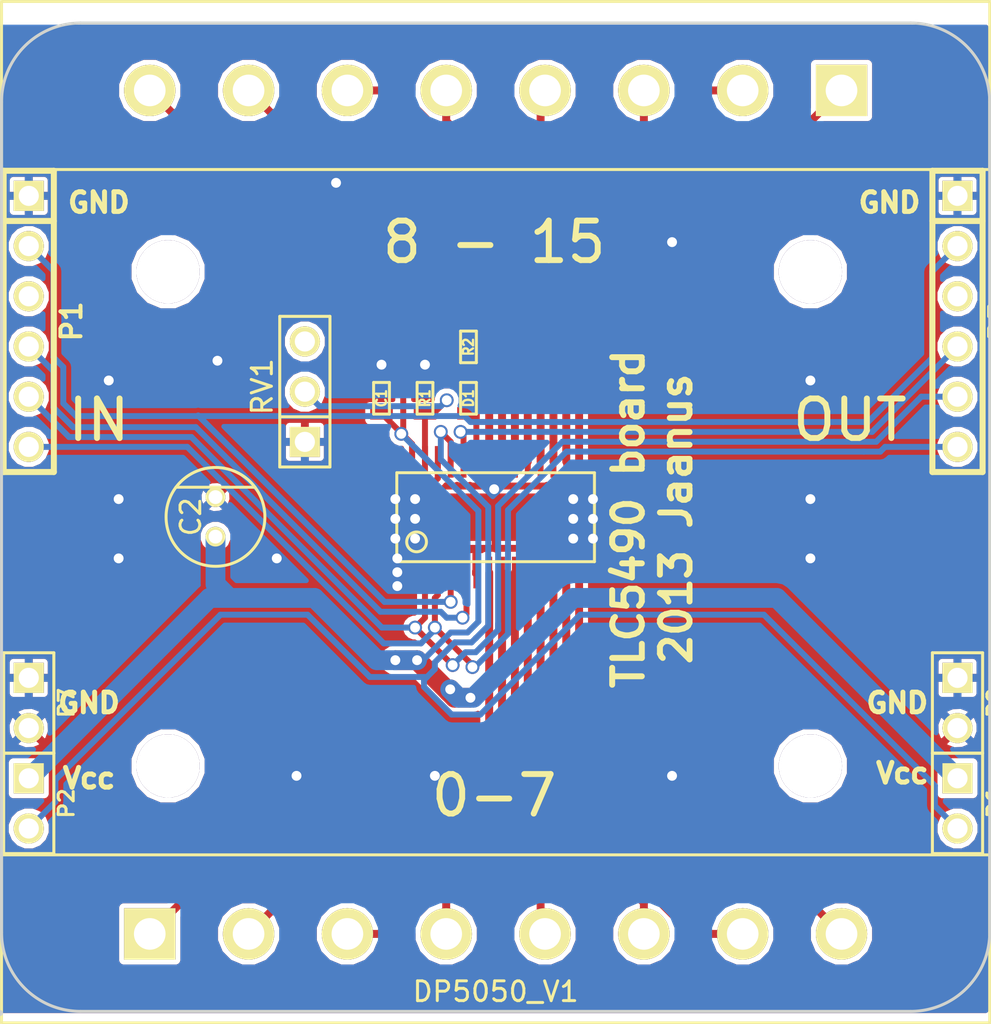
<source format=kicad_pcb>
(kicad_pcb (version 3) (host pcbnew "(2013-mar-13)-testing")

  (general
    (links 48)
    (no_connects 0)
    (area 57.4834 63.550999 110.4106 115.773001)
    (thickness 1.6)
    (drawings 12)
    (tracks 292)
    (zones 0)
    (modules 20)
    (nets 31)
  )

  (page A3)
  (layers
    (15 F.Cu signal)
    (0 B.Cu signal)
    (16 B.Adhes user)
    (17 F.Adhes user)
    (18 B.Paste user)
    (19 F.Paste user)
    (20 B.SilkS user)
    (21 F.SilkS user)
    (22 B.Mask user)
    (23 F.Mask user)
    (24 Dwgs.User user)
    (25 Cmts.User user)
    (26 Eco1.User user)
    (27 Eco2.User user)
    (28 Edge.Cuts user)
  )

  (setup
    (last_trace_width 0.3)
    (user_trace_width 0.4)
    (user_trace_width 0.5)
    (user_trace_width 1)
    (trace_clearance 0.2)
    (zone_clearance 0.25)
    (zone_45_only no)
    (trace_min 0.2)
    (segment_width 0.2)
    (edge_width 0.15)
    (via_size 0.7)
    (via_drill 0.5)
    (via_min_size 0.5)
    (via_min_drill 0.3)
    (uvia_size 0.508)
    (uvia_drill 0.127)
    (uvias_allowed no)
    (uvia_min_size 0.508)
    (uvia_min_drill 0.127)
    (pcb_text_width 0.3)
    (pcb_text_size 1 1)
    (mod_edge_width 0.15)
    (mod_text_size 1 1)
    (mod_text_width 0.15)
    (pad_size 0.3 1.6)
    (pad_drill 0)
    (pad_to_mask_clearance 0)
    (aux_axis_origin 59 115)
    (visible_elements 7FFFFF1F)
    (pcbplotparams
      (layerselection 284196865)
      (usegerberextensions true)
      (excludeedgelayer true)
      (linewidth 0.150000)
      (plotframeref false)
      (viasonmask false)
      (mode 1)
      (useauxorigin true)
      (hpglpennumber 1)
      (hpglpenspeed 20)
      (hpglpendiameter 15)
      (hpglpenoverlay 2)
      (psnegative false)
      (psa4output false)
      (plotreference true)
      (plotvalue true)
      (plotothertext true)
      (plotinvisibletext false)
      (padsonsilk false)
      (subtractmaskfromsilk false)
      (outputformat 1)
      (mirror false)
      (drillshape 0)
      (scaleselection 1)
      (outputdirectory ../../../../../projektid/led/backlight_led_matrix/led_matrix_TLC/tlc_gerber/))
  )

  (net 0 "")
  (net 1 /BLANK)
  (net 2 /GSCLK)
  (net 3 /SCLK)
  (net 4 /SIN)
  (net 5 /SOUT)
  (net 6 /XLAT)
  (net 7 GND)
  (net 8 N-000001)
  (net 9 N-0000010)
  (net 10 N-0000011)
  (net 11 N-0000012)
  (net 12 N-0000013)
  (net 13 N-0000015)
  (net 14 N-0000016)
  (net 15 N-0000017)
  (net 16 N-0000018)
  (net 17 N-000002)
  (net 18 N-0000020)
  (net 19 N-0000022)
  (net 20 N-0000023)
  (net 21 N-0000024)
  (net 22 N-0000026)
  (net 23 N-0000029)
  (net 24 N-000003)
  (net 25 N-000005)
  (net 26 N-000006)
  (net 27 N-000007)
  (net 28 N-000008)
  (net 29 N-000009)
  (net 30 VCC)

  (net_class Default "This is the default net class."
    (clearance 0.2)
    (trace_width 0.3)
    (via_dia 0.7)
    (via_drill 0.5)
    (uvia_dia 0.508)
    (uvia_drill 0.127)
    (add_net "")
    (add_net /BLANK)
    (add_net /GSCLK)
    (add_net /SCLK)
    (add_net /SIN)
    (add_net /SOUT)
    (add_net /XLAT)
    (add_net GND)
    (add_net N-000001)
    (add_net N-0000010)
    (add_net N-0000011)
    (add_net N-0000012)
    (add_net N-0000013)
    (add_net N-0000015)
    (add_net N-0000016)
    (add_net N-0000017)
    (add_net N-0000018)
    (add_net N-000002)
    (add_net N-0000020)
    (add_net N-0000022)
    (add_net N-0000023)
    (add_net N-0000024)
    (add_net N-0000026)
    (add_net N-0000029)
    (add_net N-000003)
    (add_net N-000005)
    (add_net N-000006)
    (add_net N-000007)
    (add_net N-000008)
    (add_net N-000009)
    (add_net VCC)
  )

  (module conn_8_5mm (layer F.Cu) (tedit 51BF82CD) (tstamp 51BF8C2E)
    (at 84.074 110.998)
    (path /51BF75A0)
    (fp_text reference P3 (at 0 3.5) (layer F.SilkS) hide
      (effects (font (size 1 1) (thickness 0.15)))
    )
    (fp_text value CONN_8 (at 0 -3) (layer F.SilkS) hide
      (effects (font (size 1 1) (thickness 0.15)))
    )
    (fp_line (start -25 -4) (end 25 -4) (layer F.SilkS) (width 0.15))
    (fp_line (start 25 -4) (end 25 4.5) (layer F.SilkS) (width 0.15))
    (fp_line (start 25 4.5) (end -25 4.5) (layer F.SilkS) (width 0.15))
    (fp_line (start -25 4.5) (end -25 -4) (layer F.SilkS) (width 0.15))
    (pad 1 thru_hole rect (at -17.5 0) (size 2.6 2.6) (drill 1.6)
      (layers *.Cu *.Mask F.SilkS)
      (net 24 N-000003)
    )
    (pad 2 thru_hole circle (at -12.5 0) (size 2.6 2.6) (drill 1.6)
      (layers *.Cu *.Mask F.SilkS)
      (net 8 N-000001)
    )
    (pad 3 thru_hole circle (at -7.5 0) (size 2.6 2.6) (drill 1.6)
      (layers *.Cu *.Mask F.SilkS)
      (net 25 N-000005)
    )
    (pad 4 thru_hole circle (at -2.5 0) (size 2.6 2.6) (drill 1.6)
      (layers *.Cu *.Mask F.SilkS)
      (net 26 N-000006)
    )
    (pad 5 thru_hole circle (at 2.5 0) (size 2.6 2.6) (drill 1.6)
      (layers *.Cu *.Mask F.SilkS)
      (net 28 N-000008)
    )
    (pad 6 thru_hole circle (at 7.5 0) (size 2.6 2.6) (drill 1.6)
      (layers *.Cu *.Mask F.SilkS)
      (net 9 N-0000010)
    )
    (pad 7 thru_hole circle (at 12.5 0) (size 2.6 2.6) (drill 1.6)
      (layers *.Cu *.Mask F.SilkS)
      (net 11 N-0000012)
    )
    (pad 8 thru_hole circle (at 17.5 0) (size 2.6 2.6) (drill 1.6)
      (layers *.Cu *.Mask F.SilkS)
      (net 16 N-0000018)
    )
  )

  (module conn_8_5mm (layer F.Cu) (tedit 51BF82CD) (tstamp 51C0196D)
    (at 84.074 68.326 180)
    (path /51BF75C1)
    (fp_text reference P4 (at 0 3.5 180) (layer F.SilkS) hide
      (effects (font (size 1 1) (thickness 0.15)))
    )
    (fp_text value CONN_8 (at 0 -3 180) (layer F.SilkS) hide
      (effects (font (size 1 1) (thickness 0.15)))
    )
    (fp_line (start -25 -4) (end 25 -4) (layer F.SilkS) (width 0.15))
    (fp_line (start 25 -4) (end 25 4.5) (layer F.SilkS) (width 0.15))
    (fp_line (start 25 4.5) (end -25 4.5) (layer F.SilkS) (width 0.15))
    (fp_line (start -25 4.5) (end -25 -4) (layer F.SilkS) (width 0.15))
    (pad 1 thru_hole rect (at -17.5 0 180) (size 2.6 2.6) (drill 1.6)
      (layers *.Cu *.Mask F.SilkS)
      (net 18 N-0000020)
    )
    (pad 2 thru_hole circle (at -12.5 0 180) (size 2.6 2.6) (drill 1.6)
      (layers *.Cu *.Mask F.SilkS)
      (net 19 N-0000022)
    )
    (pad 3 thru_hole circle (at -7.5 0 180) (size 2.6 2.6) (drill 1.6)
      (layers *.Cu *.Mask F.SilkS)
      (net 20 N-0000023)
    )
    (pad 4 thru_hole circle (at -2.5 0 180) (size 2.6 2.6) (drill 1.6)
      (layers *.Cu *.Mask F.SilkS)
      (net 15 N-0000017)
    )
    (pad 5 thru_hole circle (at 2.5 0 180) (size 2.6 2.6) (drill 1.6)
      (layers *.Cu *.Mask F.SilkS)
      (net 21 N-0000024)
    )
    (pad 6 thru_hole circle (at 7.5 0 180) (size 2.6 2.6) (drill 1.6)
      (layers *.Cu *.Mask F.SilkS)
      (net 27 N-000007)
    )
    (pad 7 thru_hole circle (at 12.5 0 180) (size 2.6 2.6) (drill 1.6)
      (layers *.Cu *.Mask F.SilkS)
      (net 29 N-000009)
    )
    (pad 8 thru_hole circle (at 17.5 0 180) (size 2.6 2.6) (drill 1.6)
      (layers *.Cu *.Mask F.SilkS)
      (net 10 N-0000011)
    )
  )

  (module conn_6 (layer F.Cu) (tedit 41402119) (tstamp 51BF8C4D)
    (at 60.452 80.01 270)
    (descr "Connecteur 6 pins")
    (tags "CONN DEV")
    (path /51BF4D5A)
    (fp_text reference P1 (at 0 -2.159 270) (layer F.SilkS)
      (effects (font (size 1.016 1.016) (thickness 0.2032)))
    )
    (fp_text value CONN_6 (at 0 2.159 270) (layer F.SilkS) hide
      (effects (font (size 1.016 0.889) (thickness 0.2032)))
    )
    (fp_line (start -7.62 1.27) (end -7.62 -1.27) (layer F.SilkS) (width 0.3048))
    (fp_line (start -7.62 -1.27) (end 7.62 -1.27) (layer F.SilkS) (width 0.3048))
    (fp_line (start 7.62 -1.27) (end 7.62 1.27) (layer F.SilkS) (width 0.3048))
    (fp_line (start 7.62 1.27) (end -7.62 1.27) (layer F.SilkS) (width 0.3048))
    (fp_line (start -5.08 1.27) (end -5.08 -1.27) (layer F.SilkS) (width 0.3048))
    (pad 1 thru_hole rect (at -6.35 0 270) (size 1.524 1.524) (drill 1.016)
      (layers *.Cu *.Mask F.SilkS)
      (net 7 GND)
    )
    (pad 2 thru_hole circle (at -3.81 0 270) (size 1.524 1.524) (drill 1.016)
      (layers *.Cu *.Mask F.SilkS)
      (net 3 /SCLK)
    )
    (pad 3 thru_hole circle (at -1.27 0 270) (size 1.524 1.524) (drill 1.016)
      (layers *.Cu *.Mask F.SilkS)
      (net 23 N-0000029)
    )
    (pad 4 thru_hole circle (at 1.27 0 270) (size 1.524 1.524) (drill 1.016)
      (layers *.Cu *.Mask F.SilkS)
      (net 4 /SIN)
    )
    (pad 5 thru_hole circle (at 3.81 0 270) (size 1.524 1.524) (drill 1.016)
      (layers *.Cu *.Mask F.SilkS)
      (net 1 /BLANK)
    )
    (pad 6 thru_hole circle (at 6.35 0 270) (size 1.524 1.524) (drill 1.016)
      (layers *.Cu *.Mask F.SilkS)
      (net 6 /XLAT)
    )
    (model pin_array/pins_array_6x1.wrl
      (at (xyz 0 0 0))
      (scale (xyz 1 1 1))
      (rotate (xyz 0 0 0))
    )
  )

  (module conn_6 (layer F.Cu) (tedit 41402119) (tstamp 51BF8C5C)
    (at 107.442 80.01 270)
    (descr "Connecteur 6 pins")
    (tags "CONN DEV")
    (path /51BF4DD0)
    (fp_text reference P5 (at 0 -2.159 270) (layer F.SilkS)
      (effects (font (size 1.016 1.016) (thickness 0.2032)))
    )
    (fp_text value CONN_6 (at 0 2.159 270) (layer F.SilkS) hide
      (effects (font (size 1.016 0.889) (thickness 0.2032)))
    )
    (fp_line (start -7.62 1.27) (end -7.62 -1.27) (layer F.SilkS) (width 0.3048))
    (fp_line (start -7.62 -1.27) (end 7.62 -1.27) (layer F.SilkS) (width 0.3048))
    (fp_line (start 7.62 -1.27) (end 7.62 1.27) (layer F.SilkS) (width 0.3048))
    (fp_line (start 7.62 1.27) (end -7.62 1.27) (layer F.SilkS) (width 0.3048))
    (fp_line (start -5.08 1.27) (end -5.08 -1.27) (layer F.SilkS) (width 0.3048))
    (pad 1 thru_hole rect (at -6.35 0 270) (size 1.524 1.524) (drill 1.016)
      (layers *.Cu *.Mask F.SilkS)
      (net 7 GND)
    )
    (pad 2 thru_hole circle (at -3.81 0 270) (size 1.524 1.524) (drill 1.016)
      (layers *.Cu *.Mask F.SilkS)
      (net 3 /SCLK)
    )
    (pad 3 thru_hole circle (at -1.27 0 270) (size 1.524 1.524) (drill 1.016)
      (layers *.Cu *.Mask F.SilkS)
      (net 22 N-0000026)
    )
    (pad 4 thru_hole circle (at 1.27 0 270) (size 1.524 1.524) (drill 1.016)
      (layers *.Cu *.Mask F.SilkS)
      (net 5 /SOUT)
    )
    (pad 5 thru_hole circle (at 3.81 0 270) (size 1.524 1.524) (drill 1.016)
      (layers *.Cu *.Mask F.SilkS)
      (net 1 /BLANK)
    )
    (pad 6 thru_hole circle (at 6.35 0 270) (size 1.524 1.524) (drill 1.016)
      (layers *.Cu *.Mask F.SilkS)
      (net 6 /XLAT)
    )
    (model pin_array/pins_array_6x1.wrl
      (at (xyz 0 0 0))
      (scale (xyz 1 1 1))
      (rotate (xyz 0 0 0))
    )
  )

  (module conn_2 (layer F.Cu) (tedit 4565C520) (tstamp 5347A7DE)
    (at 60.452 104.394 270)
    (descr "Connecteurs 2 pins")
    (tags "CONN DEV")
    (path /51BF4D69)
    (fp_text reference P2 (at 0 -1.905 270) (layer F.SilkS)
      (effects (font (size 0.762 0.762) (thickness 0.1524)))
    )
    (fp_text value CONN_2 (at 0 -1.905 270) (layer F.SilkS) hide
      (effects (font (size 0.762 0.762) (thickness 0.1524)))
    )
    (fp_line (start -2.54 1.27) (end -2.54 -1.27) (layer F.SilkS) (width 0.1524))
    (fp_line (start -2.54 -1.27) (end 2.54 -1.27) (layer F.SilkS) (width 0.1524))
    (fp_line (start 2.54 -1.27) (end 2.54 1.27) (layer F.SilkS) (width 0.1524))
    (fp_line (start 2.54 1.27) (end -2.54 1.27) (layer F.SilkS) (width 0.1524))
    (pad 1 thru_hole rect (at -1.27 0 270) (size 1.524 1.524) (drill 1.016)
      (layers *.Cu *.Mask F.SilkS)
      (net 30 VCC)
    )
    (pad 2 thru_hole circle (at 1.27 0 270) (size 1.524 1.524) (drill 1.016)
      (layers *.Cu *.Mask F.SilkS)
      (net 2 /GSCLK)
    )
    (model pin_array/pins_array_2x1.wrl
      (at (xyz 0 0 0))
      (scale (xyz 1 1 1))
      (rotate (xyz 0 0 0))
    )
  )

  (module conn_2 (layer F.Cu) (tedit 4565C520) (tstamp 51BF8C70)
    (at 107.442 104.394 270)
    (descr "Connecteurs 2 pins")
    (tags "CONN DEV")
    (path /51BF4DF0)
    (fp_text reference P6 (at 0 -1.905 270) (layer F.SilkS)
      (effects (font (size 0.762 0.762) (thickness 0.1524)))
    )
    (fp_text value CONN_2 (at 0 -1.905 270) (layer F.SilkS) hide
      (effects (font (size 0.762 0.762) (thickness 0.1524)))
    )
    (fp_line (start -2.54 1.27) (end -2.54 -1.27) (layer F.SilkS) (width 0.1524))
    (fp_line (start -2.54 -1.27) (end 2.54 -1.27) (layer F.SilkS) (width 0.1524))
    (fp_line (start 2.54 -1.27) (end 2.54 1.27) (layer F.SilkS) (width 0.1524))
    (fp_line (start 2.54 1.27) (end -2.54 1.27) (layer F.SilkS) (width 0.1524))
    (pad 1 thru_hole rect (at -1.27 0 270) (size 1.524 1.524) (drill 1.016)
      (layers *.Cu *.Mask F.SilkS)
      (net 30 VCC)
    )
    (pad 2 thru_hole circle (at 1.27 0 270) (size 1.524 1.524) (drill 1.016)
      (layers *.Cu *.Mask F.SilkS)
      (net 2 /GSCLK)
    )
    (model pin_array/pins_array_2x1.wrl
      (at (xyz 0 0 0))
      (scale (xyz 1 1 1))
      (rotate (xyz 0 0 0))
    )
  )

  (module 0603 (layer F.Cu) (tedit 51715D35) (tstamp 51BF8C7A)
    (at 78.3 83.9 90)
    (path /51BF7651)
    (attr smd)
    (fp_text reference C1 (at 0 0 90) (layer F.SilkS)
      (effects (font (size 0.508 0.4572) (thickness 0.1143)))
    )
    (fp_text value 100n (at 0 0 90) (layer F.SilkS) hide
      (effects (font (size 0.508 0.4572) (thickness 0.1143)))
    )
    (fp_line (start -0.8 -0.4) (end 0.8 -0.4) (layer F.SilkS) (width 0.15))
    (fp_line (start 0.8 -0.4) (end 0.8 0.4) (layer F.SilkS) (width 0.15))
    (fp_line (start 0.8 0.4) (end -0.8 0.4) (layer F.SilkS) (width 0.15))
    (fp_line (start -0.8 0.4) (end -0.8 -0.4) (layer F.SilkS) (width 0.15))
    (pad 1 smd rect (at -0.762 0 90) (size 0.635 1.143)
      (layers F.Cu F.Paste F.Mask)
      (net 30 VCC)
    )
    (pad 2 smd rect (at 0.762 0 90) (size 0.635 1.143)
      (layers F.Cu F.Paste F.Mask)
      (net 7 GND)
    )
    (model smd\resistors\R0603.wrl
      (at (xyz 0 0 0.001))
      (scale (xyz 0.5 0.5 0.5))
      (rotate (xyz 0 0 0))
    )
  )

  (module 0603 (layer F.Cu) (tedit 51715D35) (tstamp 51BF8C84)
    (at 80.5 83.9 90)
    (path /51BF7748)
    (attr smd)
    (fp_text reference R1 (at 0 0 90) (layer F.SilkS)
      (effects (font (size 0.508 0.4572) (thickness 0.1143)))
    )
    (fp_text value R (at 0 0 90) (layer F.SilkS) hide
      (effects (font (size 0.508 0.4572) (thickness 0.1143)))
    )
    (fp_line (start -0.8 -0.4) (end 0.8 -0.4) (layer F.SilkS) (width 0.15))
    (fp_line (start 0.8 -0.4) (end 0.8 0.4) (layer F.SilkS) (width 0.15))
    (fp_line (start 0.8 0.4) (end -0.8 0.4) (layer F.SilkS) (width 0.15))
    (fp_line (start -0.8 0.4) (end -0.8 -0.4) (layer F.SilkS) (width 0.15))
    (pad 1 smd rect (at -0.762 0 90) (size 0.635 1.143)
      (layers F.Cu F.Paste F.Mask)
      (net 12 N-0000013)
    )
    (pad 2 smd rect (at 0.762 0 90) (size 0.635 1.143)
      (layers F.Cu F.Paste F.Mask)
      (net 7 GND)
    )
    (model smd\resistors\R0603.wrl
      (at (xyz 0 0 0.001))
      (scale (xyz 0.5 0.5 0.5))
      (rotate (xyz 0 0 0))
    )
  )

  (module 0603 (layer F.Cu) (tedit 51715D35) (tstamp 51BF8C8E)
    (at 82.7 83.9 270)
    (path /51BF7776)
    (attr smd)
    (fp_text reference D1 (at 0 0 270) (layer F.SilkS)
      (effects (font (size 0.508 0.4572) (thickness 0.1143)))
    )
    (fp_text value LED (at 0 0 270) (layer F.SilkS) hide
      (effects (font (size 0.508 0.4572) (thickness 0.1143)))
    )
    (fp_line (start -0.8 -0.4) (end 0.8 -0.4) (layer F.SilkS) (width 0.15))
    (fp_line (start 0.8 -0.4) (end 0.8 0.4) (layer F.SilkS) (width 0.15))
    (fp_line (start 0.8 0.4) (end -0.8 0.4) (layer F.SilkS) (width 0.15))
    (fp_line (start -0.8 0.4) (end -0.8 -0.4) (layer F.SilkS) (width 0.15))
    (pad 1 smd rect (at -0.762 0 270) (size 0.635 1.143)
      (layers F.Cu F.Paste F.Mask)
      (net 13 N-0000015)
    )
    (pad 2 smd rect (at 0.762 0 270) (size 0.635 1.143)
      (layers F.Cu F.Paste F.Mask)
      (net 17 N-000002)
    )
    (model smd\resistors\R0603.wrl
      (at (xyz 0 0 0.001))
      (scale (xyz 0.5 0.5 0.5))
      (rotate (xyz 0 0 0))
    )
  )

  (module 0603 (layer F.Cu) (tedit 51715D35) (tstamp 51BF8C98)
    (at 82.7 81.3 270)
    (path /51BF77A9)
    (attr smd)
    (fp_text reference R2 (at 0 0 270) (layer F.SilkS)
      (effects (font (size 0.508 0.4572) (thickness 0.1143)))
    )
    (fp_text value 1k (at 0 0 270) (layer F.SilkS) hide
      (effects (font (size 0.508 0.4572) (thickness 0.1143)))
    )
    (fp_line (start -0.8 -0.4) (end 0.8 -0.4) (layer F.SilkS) (width 0.15))
    (fp_line (start 0.8 -0.4) (end 0.8 0.4) (layer F.SilkS) (width 0.15))
    (fp_line (start 0.8 0.4) (end -0.8 0.4) (layer F.SilkS) (width 0.15))
    (fp_line (start -0.8 0.4) (end -0.8 -0.4) (layer F.SilkS) (width 0.15))
    (pad 1 smd rect (at -0.762 0 270) (size 0.635 1.143)
      (layers F.Cu F.Paste F.Mask)
      (net 30 VCC)
    )
    (pad 2 smd rect (at 0.762 0 270) (size 0.635 1.143)
      (layers F.Cu F.Paste F.Mask)
      (net 13 N-0000015)
    )
    (model smd\resistors\R0603.wrl
      (at (xyz 0 0 0.001))
      (scale (xyz 0.5 0.5 0.5))
      (rotate (xyz 0 0 0))
    )
  )

  (module HTSSOP-28 (layer F.Cu) (tedit 51C00CD4) (tstamp 51C0181E)
    (at 84.074 89.916)
    (path /51BF7C09)
    (fp_text reference U1 (at 0 -4.5) (layer F.SilkS) hide
      (effects (font (size 1 1) (thickness 0.15)))
    )
    (fp_text value TLC5490 (at 0 4.7) (layer F.SilkS) hide
      (effects (font (size 1 1) (thickness 0.15)))
    )
    (fp_circle (center -4 1.25) (end -3.5 1.25) (layer F.SilkS) (width 0.15))
    (fp_line (start 5 -2.25) (end -5 -2.25) (layer F.SilkS) (width 0.15))
    (fp_line (start -5 -2.25) (end -5 2.25) (layer F.SilkS) (width 0.15))
    (fp_line (start -5 2.25) (end 5 2.25) (layer F.SilkS) (width 0.15))
    (fp_line (start 5 2.25) (end 5 -2.25) (layer F.SilkS) (width 0.15))
    (pad 15 smd rect (at 4.225 -2.8) (size 0.3 1.6)
      (layers F.Cu F.Paste F.Mask)
      (net 18 N-0000020)
    )
    (pad 16 smd rect (at 3.575 -2.8) (size 0.3 1.6)
      (layers F.Cu F.Paste F.Mask)
      (net 19 N-0000022)
    )
    (pad 17 smd rect (at 2.925 -2.8) (size 0.3 1.6)
      (layers F.Cu F.Paste F.Mask)
      (net 20 N-0000023)
    )
    (pad 18 smd rect (at 2.275 -2.8) (size 0.3 1.6)
      (layers F.Cu F.Paste F.Mask)
      (net 15 N-0000017)
    )
    (pad 19 smd rect (at 1.625 -2.8) (size 0.3 1.6)
      (layers F.Cu F.Paste F.Mask)
      (net 21 N-0000024)
    )
    (pad 20 smd rect (at 0.975 -2.8) (size 0.3 1.6)
      (layers F.Cu F.Paste F.Mask)
      (net 27 N-000007)
    )
    (pad 21 smd rect (at 0.325 -2.8) (size 0.3 1.6)
      (layers F.Cu F.Paste F.Mask)
      (net 29 N-000009)
    )
    (pad 22 smd rect (at -0.325 -2.8) (size 0.3 1.6)
      (layers F.Cu F.Paste F.Mask)
      (net 10 N-0000011)
    )
    (pad 23 smd rect (at -0.975 -2.8) (size 0.3 1.6)
      (layers F.Cu F.Paste F.Mask)
      (net 17 N-000002)
    )
    (pad 24 smd rect (at -1.625 -2.8) (size 0.3 1.6)
      (layers F.Cu F.Paste F.Mask)
      (net 5 /SOUT)
    )
    (pad 25 smd rect (at -2.275 -2.8) (size 0.3 1.6)
      (layers F.Cu F.Paste F.Mask)
      (net 2 /GSCLK)
    )
    (pad 26 smd rect (at -2.925 -2.8) (size 0.3 1.6)
      (layers F.Cu F.Paste F.Mask)
      (net 30 VCC)
    )
    (pad 27 smd rect (at -3.575 -2.8) (size 0.3 1.6)
      (layers F.Cu F.Paste F.Mask)
      (net 12 N-0000013)
    )
    (pad 28 smd rect (at -4.225 -2.8) (size 0.3 1.6)
      (layers F.Cu F.Paste F.Mask)
      (net 30 VCC)
    )
    (pad 1 smd rect (at -4.225 2.8) (size 0.3 1.6)
      (layers F.Cu F.Paste F.Mask)
      (net 7 GND)
    )
    (pad 2 smd rect (at -3.575 2.8) (size 0.3 1.6)
      (layers F.Cu F.Paste F.Mask)
      (net 1 /BLANK)
    )
    (pad 3 smd rect (at -2.925 2.8) (size 0.3 1.6)
      (layers F.Cu F.Paste F.Mask)
      (net 6 /XLAT)
    )
    (pad 4 smd rect (at -2.275 2.8) (size 0.3 1.6)
      (layers F.Cu F.Paste F.Mask)
      (net 3 /SCLK)
    )
    (pad 5 smd rect (at -1.625 2.8) (size 0.3 1.6)
      (layers F.Cu F.Paste F.Mask)
      (net 4 /SIN)
    )
    (pad 6 smd rect (at -0.975 2.8) (size 0.3 1.6)
      (layers F.Cu F.Paste F.Mask)
      (net 7 GND)
    )
    (pad 7 smd rect (at -0.325 2.8) (size 0.3 1.6)
      (layers F.Cu F.Paste F.Mask)
      (net 24 N-000003)
    )
    (pad 8 smd rect (at 0.325 2.8) (size 0.3 1.6)
      (layers F.Cu F.Paste F.Mask)
      (net 8 N-000001)
    )
    (pad 9 smd rect (at 0.975 2.8) (size 0.3 1.6)
      (layers F.Cu F.Paste F.Mask)
      (net 25 N-000005)
    )
    (pad 10 smd rect (at 1.625 2.8) (size 0.3 1.6)
      (layers F.Cu F.Paste F.Mask)
      (net 26 N-000006)
    )
    (pad 11 smd rect (at 2.275 2.8) (size 0.3 1.6)
      (layers F.Cu F.Paste F.Mask)
      (net 28 N-000008)
    )
    (pad 12 smd rect (at 2.925 2.8) (size 0.3 1.6)
      (layers F.Cu F.Paste F.Mask)
      (net 9 N-0000010)
    )
    (pad 13 smd rect (at 3.575 2.8) (size 0.3 1.6)
      (layers F.Cu F.Paste F.Mask)
      (net 11 N-0000012)
    )
    (pad 14 smd rect (at 4.225 2.8) (size 0.3 1.6)
      (layers F.Cu F.Paste F.Mask)
      (net 16 N-0000018)
    )
    (pad 29 smd rect (at 0 0) (size 6.17 2.4)
      (layers F.Cu F.Paste F.Mask)
      (net 7 GND)
    )
  )

  (module DP5050_no_holes (layer F.Cu) (tedit 51C014F4) (tstamp 51C032B9)
    (at 84.074 89.916)
    (attr virtual)
    (fp_text reference DP5050_V1 (at 0 24) (layer F.SilkS)
      (effects (font (size 1 1) (thickness 0.15)))
    )
    (fp_text value VAL** (at -7 24) (layer F.SilkS) hide
      (effects (font (size 1 1) (thickness 0.15)))
    )
    (fp_line (start 19.75 -2) (end 19.75 2) (layer Dwgs.User) (width 0.15))
    (fp_line (start -19.75 -2) (end -19.75 2) (layer Dwgs.User) (width 0.15))
    (fp_line (start 0 2) (end 0 -2) (layer Dwgs.User) (width 0.15))
    (fp_line (start -25 0) (end 25 0) (layer Dwgs.User) (width 0.15))
    (fp_line (start -25 21) (end -25 -21) (layer Edge.Cuts) (width 0.15))
    (fp_line (start 21 25) (end -21 25) (layer Edge.Cuts) (width 0.15))
    (fp_line (start 25 -21) (end 25 21) (layer Edge.Cuts) (width 0.15))
    (fp_line (start -21 -25) (end 21 -25) (layer Edge.Cuts) (width 0.15))
    (fp_arc (start -21 -21) (end -25 -21) (angle 90) (layer Edge.Cuts) (width 0.15))
    (fp_arc (start -21 21) (end -21 25) (angle 90) (layer Edge.Cuts) (width 0.15))
    (fp_arc (start 21 21) (end 25 21) (angle 90) (layer Edge.Cuts) (width 0.15))
    (fp_arc (start 21 -21) (end 21 -25) (angle 90) (layer Edge.Cuts) (width 0.15))
  )

  (module drill_3.2mm (layer F.Cu) (tedit 50ECACE6) (tstamp 51C03D67)
    (at 67.5 77.5)
    (fp_text reference drill_3.2mm (at 0 -2.54) (layer F.SilkS) hide
      (effects (font (size 1 1) (thickness 0.15)))
    )
    (fp_text value VAL** (at 0 2.54) (layer F.SilkS) hide
      (effects (font (size 1 1) (thickness 0.15)))
    )
    (pad "" thru_hole circle (at 0 0) (size 3.2 3.2) (drill 3.2)
      (layers *.Cu)
    )
  )

  (module drill_3.2mm (layer F.Cu) (tedit 50ECACE6) (tstamp 51C03D70)
    (at 100 77.5)
    (fp_text reference drill_3.2mm (at 0 -2.54) (layer F.SilkS) hide
      (effects (font (size 1 1) (thickness 0.15)))
    )
    (fp_text value VAL** (at 0 2.54) (layer F.SilkS) hide
      (effects (font (size 1 1) (thickness 0.15)))
    )
    (pad "" thru_hole circle (at 0 0) (size 3.2 3.2) (drill 3.2)
      (layers *.Cu)
    )
  )

  (module drill_3.2mm (layer F.Cu) (tedit 50ECACE6) (tstamp 51C03D79)
    (at 100 102.5)
    (fp_text reference drill_3.2mm (at 0 -2.54) (layer F.SilkS) hide
      (effects (font (size 1 1) (thickness 0.15)))
    )
    (fp_text value VAL** (at 0 2.54) (layer F.SilkS) hide
      (effects (font (size 1 1) (thickness 0.15)))
    )
    (pad "" thru_hole circle (at 0 0) (size 3.2 3.2) (drill 3.2)
      (layers *.Cu)
    )
  )

  (module drill_3.2mm (layer F.Cu) (tedit 50ECACE6) (tstamp 51C03D82)
    (at 67.5 102.5)
    (fp_text reference drill_3.2mm (at 0 -2.54) (layer F.SilkS) hide
      (effects (font (size 1 1) (thickness 0.15)))
    )
    (fp_text value VAL** (at 0 2.54) (layer F.SilkS) hide
      (effects (font (size 1 1) (thickness 0.15)))
    )
    (pad "" thru_hole circle (at 0 0) (size 3.2 3.2) (drill 3.2)
      (layers *.Cu)
    )
  )

  (module conn_2 (layer F.Cu) (tedit 4565C520) (tstamp 51C05018)
    (at 60.452 99.314 270)
    (descr "Connecteurs 2 pins")
    (tags "CONN DEV")
    (path /51C04F4B)
    (fp_text reference P7 (at 0 -1.905 270) (layer F.SilkS)
      (effects (font (size 0.762 0.762) (thickness 0.1524)))
    )
    (fp_text value CONN_2 (at 0 -1.905 270) (layer F.SilkS) hide
      (effects (font (size 0.762 0.762) (thickness 0.1524)))
    )
    (fp_line (start -2.54 1.27) (end -2.54 -1.27) (layer F.SilkS) (width 0.1524))
    (fp_line (start -2.54 -1.27) (end 2.54 -1.27) (layer F.SilkS) (width 0.1524))
    (fp_line (start 2.54 -1.27) (end 2.54 1.27) (layer F.SilkS) (width 0.1524))
    (fp_line (start 2.54 1.27) (end -2.54 1.27) (layer F.SilkS) (width 0.1524))
    (pad 1 thru_hole rect (at -1.27 0 270) (size 1.524 1.524) (drill 1.016)
      (layers *.Cu *.Mask F.SilkS)
      (net 7 GND)
    )
    (pad 2 thru_hole circle (at 1.27 0 270) (size 1.524 1.524) (drill 1.016)
      (layers *.Cu *.Mask F.SilkS)
      (net 7 GND)
    )
    (model pin_array/pins_array_2x1.wrl
      (at (xyz 0 0 0))
      (scale (xyz 1 1 1))
      (rotate (xyz 0 0 0))
    )
  )

  (module conn_2 (layer F.Cu) (tedit 4565C520) (tstamp 51C05022)
    (at 107.442 99.314 270)
    (descr "Connecteurs 2 pins")
    (tags "CONN DEV")
    (path /51C04F25)
    (fp_text reference P8 (at 0 -1.905 270) (layer F.SilkS)
      (effects (font (size 0.762 0.762) (thickness 0.1524)))
    )
    (fp_text value CONN_2 (at 0 -1.905 270) (layer F.SilkS) hide
      (effects (font (size 0.762 0.762) (thickness 0.1524)))
    )
    (fp_line (start -2.54 1.27) (end -2.54 -1.27) (layer F.SilkS) (width 0.1524))
    (fp_line (start -2.54 -1.27) (end 2.54 -1.27) (layer F.SilkS) (width 0.1524))
    (fp_line (start 2.54 -1.27) (end 2.54 1.27) (layer F.SilkS) (width 0.1524))
    (fp_line (start 2.54 1.27) (end -2.54 1.27) (layer F.SilkS) (width 0.1524))
    (pad 1 thru_hole rect (at -1.27 0 270) (size 1.524 1.524) (drill 1.016)
      (layers *.Cu *.Mask F.SilkS)
      (net 7 GND)
    )
    (pad 2 thru_hole circle (at 1.27 0 270) (size 1.524 1.524) (drill 1.016)
      (layers *.Cu *.Mask F.SilkS)
      (net 7 GND)
    )
    (model pin_array/pins_array_2x1.wrl
      (at (xyz 0 0 0))
      (scale (xyz 1 1 1))
      (rotate (xyz 0 0 0))
    )
  )

  (module CP_5mm (layer F.Cu) (tedit 51DD345F) (tstamp 51BF8C1E)
    (at 69.9 89.9 90)
    (path /51BF766A)
    (fp_text reference C2 (at 0 -1.25 90) (layer F.SilkS)
      (effects (font (size 1 1) (thickness 0.15)))
    )
    (fp_text value 100u (at 0 1.25 90) (layer F.SilkS) hide
      (effects (font (size 1 1) (thickness 0.15)))
    )
    (fp_line (start 1.5 -2) (end 1.5 2) (layer F.SilkS) (width 0.15))
    (fp_circle (center 0 0) (end 2.5 0) (layer F.SilkS) (width 0.15))
    (pad 1 thru_hole circle (at -1 0 90) (size 1 1) (drill 0.7)
      (layers *.Cu *.Mask F.SilkS)
      (net 30 VCC)
    )
    (pad 2 thru_hole circle (at 1 0 90) (size 1 1) (drill 0.7)
      (layers *.Cu *.Mask F.SilkS)
      (net 7 GND)
    )
  )

  (module conn_3 (layer F.Cu) (tedit 4C1130E0) (tstamp 5347BFF2)
    (at 74.422 83.566 90)
    (descr "Connecteur 3 pins")
    (tags "CONN DEV")
    (path /5347AAA6)
    (fp_text reference RV1 (at 0.254 -2.159 90) (layer F.SilkS)
      (effects (font (size 1.016 1.016) (thickness 0.1524)))
    )
    (fp_text value POT (at 0 -2.159 90) (layer F.SilkS) hide
      (effects (font (size 1.016 1.016) (thickness 0.1524)))
    )
    (fp_line (start -3.81 1.27) (end -3.81 -1.27) (layer F.SilkS) (width 0.1524))
    (fp_line (start -3.81 -1.27) (end 3.81 -1.27) (layer F.SilkS) (width 0.1524))
    (fp_line (start 3.81 -1.27) (end 3.81 1.27) (layer F.SilkS) (width 0.1524))
    (fp_line (start 3.81 1.27) (end -3.81 1.27) (layer F.SilkS) (width 0.1524))
    (fp_line (start -1.27 -1.27) (end -1.27 1.27) (layer F.SilkS) (width 0.1524))
    (pad 1 thru_hole rect (at -2.54 0 90) (size 1.524 1.524) (drill 1.016)
      (layers *.Cu *.Mask F.SilkS)
      (net 7 GND)
    )
    (pad 2 thru_hole circle (at 0 0 90) (size 1.524 1.524) (drill 1.016)
      (layers *.Cu *.Mask F.SilkS)
      (net 12 N-0000013)
    )
    (pad 3 thru_hole circle (at 2.54 0 90) (size 1.524 1.524) (drill 1.016)
      (layers *.Cu *.Mask F.SilkS)
      (net 14 N-0000016)
    )
    (model pin_array/pins_array_3x1.wrl
      (at (xyz 0 0 0))
      (scale (xyz 1 1 1))
      (rotate (xyz 0 0 0))
    )
  )

  (target plus (at 59 115) (size 0.005) (width 0.15) (layer Edge.Cuts))
  (gr_text "TLC5490 board\n2013 Jaanus" (at 92 90 90) (layer F.SilkS)
    (effects (font (size 1.5 1.5) (thickness 0.3)))
  )
  (gr_text GND (at 104 74) (layer F.SilkS)
    (effects (font (size 1 1) (thickness 0.25)))
  )
  (gr_text GND (at 64 74) (layer F.SilkS)
    (effects (font (size 1 1) (thickness 0.25)))
  )
  (gr_text GND (at 63.5 99.314) (layer F.SilkS)
    (effects (font (size 1 1) (thickness 0.25)))
  )
  (gr_text GND (at 104.394 99.314) (layer F.SilkS)
    (effects (font (size 1 1) (thickness 0.25)))
  )
  (gr_text Vcc (at 104.648 102.87) (layer F.SilkS)
    (effects (font (size 1 1) (thickness 0.25)))
  )
  (gr_text Vcc (at 63.5 103.124) (layer F.SilkS)
    (effects (font (size 1 1) (thickness 0.25)))
  )
  (gr_text OUT (at 102 85) (layer F.SilkS)
    (effects (font (size 2 2) (thickness 0.3)))
  )
  (gr_text IN (at 64 85) (layer F.SilkS)
    (effects (font (size 2 2) (thickness 0.3)))
  )
  (gr_text "8 - 15" (at 84 76) (layer F.SilkS)
    (effects (font (size 2 2) (thickness 0.3)))
  )
  (gr_text 0-7 (at 84 104) (layer F.SilkS)
    (effects (font (size 2 2) (thickness 0.3)))
  )

  (segment (start 80 95.5) (end 81.9 97.4) (width 0.3) (layer F.Cu) (net 1))
  (via (at 81.9 97.4) (size 0.7) (layers F.Cu B.Cu) (net 1))
  (segment (start 81.9 97.4) (end 82.549996 96.750004) (width 0.3) (layer B.Cu) (net 1) (tstamp 51C03FC7))
  (segment (start 82.549996 96.750004) (end 83.064216 96.750004) (width 0.3) (layer B.Cu) (net 1) (tstamp 51C03FC8))
  (segment (start 83.064216 96.750004) (end 83.30711 96.50711) (width 0.3) (layer B.Cu) (net 1) (tstamp 51C03FC9))
  (segment (start 84.200004 95.614216) (end 83.30711 96.50711) (width 0.3) (layer B.Cu) (net 1))
  (segment (start 101.2 86.100002) (end 87.449998 86.100002) (width 0.3) (layer B.Cu) (net 1))
  (segment (start 87.449998 86.100002) (end 84.200004 89.349996) (width 0.3) (layer B.Cu) (net 1) (tstamp 51C03FA4))
  (segment (start 84.200004 89.349996) (end 84.200004 95.614216) (width 0.3) (layer B.Cu) (net 1) (tstamp 51C03FA6))
  (segment (start 84.200004 95.614216) (end 84.200004 95.3) (width 0.3) (layer B.Cu) (net 1) (tstamp 51C03FA8))
  (segment (start 60.452 83.82) (end 62.491998 85.859998) (width 0.3) (layer B.Cu) (net 1))
  (segment (start 78.319998 95.5) (end 80 95.5) (width 0.3) (layer B.Cu) (net 1) (tstamp 51C03ED7))
  (via (at 80 95.5) (size 0.7) (layers F.Cu B.Cu) (net 1))
  (segment (start 80 95.5) (end 80.499 95.001) (width 0.3) (layer F.Cu) (net 1) (tstamp 51C03EDC))
  (segment (start 80.499 95.001) (end 80.499 92.716) (width 0.3) (layer F.Cu) (net 1) (tstamp 51C03EDD))
  (segment (start 68.679996 85.859998) (end 78.319998 95.5) (width 0.3) (layer B.Cu) (net 1) (tstamp 51C03EEF))
  (segment (start 62.491998 85.859998) (end 68.679996 85.859998) (width 0.3) (layer B.Cu) (net 1) (tstamp 51C03EED))
  (segment (start 107.442 83.82) (end 105.60911 83.82) (width 0.3) (layer B.Cu) (net 1))
  (segment (start 103.329108 86.100002) (end 101.2 86.100002) (width 0.3) (layer B.Cu) (net 1) (tstamp 51C03EAD))
  (segment (start 105.60911 83.82) (end 103.329108 86.100002) (width 0.3) (layer B.Cu) (net 1) (tstamp 51C03EAC))
  (segment (start 61.8 104.316) (end 61.8 103.202084) (width 0.3) (layer B.Cu) (net 2))
  (segment (start 60.452 105.664) (end 61.8 104.316) (width 0.3) (layer B.Cu) (net 2))
  (segment (start 77.708724 98.000004) (end 80.599996 98.000004) (width 0.3) (layer B.Cu) (net 2) (tstamp 51C324CC))
  (segment (start 74.558722 94.850002) (end 77.708724 98.000004) (width 0.3) (layer B.Cu) (net 2) (tstamp 51C324CA))
  (segment (start 70.152082 94.850002) (end 74.558722 94.850002) (width 0.3) (layer B.Cu) (net 2) (tstamp 51C324C8))
  (segment (start 61.8 103.202084) (end 70.152082 94.850002) (width 0.3) (layer B.Cu) (net 2) (tstamp 51C324C5))
  (segment (start 106.3 104.522) (end 106.3 103.502084) (width 0.3) (layer B.Cu) (net 2))
  (segment (start 81.850002 99.900002) (end 80.45 98.5) (width 0.3) (layer B.Cu) (net 2) (tstamp 51C03F70))
  (segment (start 80.45 98.15) (end 80.45 98.5) (width 0.3) (layer B.Cu) (net 2) (tstamp 51C03F71))
  (segment (start 106.3 104.522) (end 107.442 105.664) (width 0.3) (layer B.Cu) (net 2))
  (segment (start 83.302082 99.900002) (end 81.850002 99.900002) (width 0.3) (layer B.Cu) (net 2) (tstamp 51C3242C))
  (segment (start 88.352082 94.850002) (end 83.302082 99.900002) (width 0.3) (layer B.Cu) (net 2) (tstamp 51C3242A))
  (segment (start 97.647918 94.850002) (end 88.352082 94.850002) (width 0.3) (layer B.Cu) (net 2) (tstamp 51C32428))
  (segment (start 106.3 103.502084) (end 97.647918 94.850002) (width 0.3) (layer B.Cu) (net 2) (tstamp 51C32425))
  (segment (start 83.078555 96.028555) (end 82.857108 96.250002) (width 0.3) (layer B.Cu) (net 2))
  (segment (start 82.857108 96.250002) (end 82.007108 96.250002) (width 0.3) (layer B.Cu) (net 2) (tstamp 51C03FB8))
  (segment (start 82.007108 96.250002) (end 81 97.25711) (width 0.3) (layer B.Cu) (net 2) (tstamp 51C03FB9))
  (segment (start 81 97.25711) (end 81 97.6) (width 0.3) (layer B.Cu) (net 2) (tstamp 51C03FBA))
  (segment (start 81 97.6) (end 80.599996 98.000004) (width 0.3) (layer B.Cu) (net 2) (tstamp 51C03FBB))
  (segment (start 80.599996 98.000004) (end 80.45 98.15) (width 0.3) (layer B.Cu) (net 2) (tstamp 51C324D1))
  (segment (start 83.700002 95.407108) (end 83.078555 96.028555) (width 0.3) (layer B.Cu) (net 2))
  (segment (start 83.078555 96.028555) (end 83.053555 96.053555) (width 0.3) (layer B.Cu) (net 2) (tstamp 51C03FB5))
  (segment (start 80.45 98.15) (end 80.45 98.000004) (width 0.3) (layer B.Cu) (net 2) (tstamp 51C03FBE))
  (segment (start 83.700002 95.407108) (end 83.700002 89.392892) (width 0.3) (layer B.Cu) (net 2) (tstamp 51C03F1F))
  (segment (start 83.700002 89.392892) (end 81.3 86.99289) (width 0.3) (layer B.Cu) (net 2) (tstamp 51C03F21))
  (segment (start 81.3 86.99289) (end 81.3 85.6) (width 0.3) (layer B.Cu) (net 2) (tstamp 51C03F23))
  (segment (start 81.799 86.099) (end 81.799 87.116) (width 0.3) (layer F.Cu) (net 2))
  (via (at 81.3 85.6) (size 0.7) (layers F.Cu B.Cu) (net 2))
  (segment (start 81.799 86.099) (end 81.3 85.6) (width 0.3) (layer F.Cu) (net 2) (tstamp 51C03E6E))
  (segment (start 69.052 84.8) (end 62.84622 84.8) (width 0.3) (layer B.Cu) (net 3))
  (segment (start 61.7 77.448) (end 60.452 76.2) (width 0.3) (layer B.Cu) (net 3) (tstamp 51C323C4))
  (segment (start 61.7 81.82089) (end 61.7 77.448) (width 0.3) (layer B.Cu) (net 3) (tstamp 51C323BF))
  (segment (start 62.200002 82.320892) (end 61.7 81.82089) (width 0.3) (layer B.Cu) (net 3) (tstamp 51C323B5))
  (segment (start 62.200002 84.153782) (end 62.200002 82.320892) (width 0.3) (layer B.Cu) (net 3) (tstamp 51C323B3))
  (segment (start 62.84622 84.8) (end 62.200002 84.153782) (width 0.3) (layer B.Cu) (net 3) (tstamp 51C323AE))
  (segment (start 95.6 85.099998) (end 82.799998 85.099998) (width 0.3) (layer B.Cu) (net 3))
  (segment (start 82.799998 85.099998) (end 82.5 84.8) (width 0.3) (layer B.Cu) (net 3) (tstamp 51C04D06))
  (segment (start 82.5 84.8) (end 69.052 84.8) (width 0.3) (layer B.Cu) (net 3) (tstamp 51C04D17))
  (segment (start 69.052 84.8) (end 69.026 84.774) (width 0.3) (layer B.Cu) (net 3) (tstamp 51C04D19))
  (segment (start 69.026 84.774) (end 78.452 94.2) (width 0.3) (layer B.Cu) (net 3) (tstamp 51C04D1E))
  (segment (start 81.8 92.717) (end 81.799 92.716) (width 0.3) (layer F.Cu) (net 3) (tstamp 51C03EBC))
  (segment (start 81.8 94.2) (end 81.8 92.717) (width 0.3) (layer F.Cu) (net 3) (tstamp 51C03EBB))
  (via (at 81.8 94.2) (size 0.7) (layers F.Cu B.Cu) (net 3))
  (segment (start 78.452 94.2) (end 81.8 94.2) (width 0.3) (layer B.Cu) (net 3) (tstamp 51C03EB8))
  (segment (start 107.442 76.2) (end 106.157445 77.484555) (width 0.3) (layer B.Cu) (net 3))
  (segment (start 102.914892 85.099998) (end 95.6 85.099998) (width 0.3) (layer B.Cu) (net 3) (tstamp 51C03EA8))
  (segment (start 106.157445 81.857445) (end 102.914892 85.099998) (width 0.3) (layer B.Cu) (net 3) (tstamp 51C03EA6))
  (segment (start 106.157445 77.484555) (end 106.157445 81.857445) (width 0.3) (layer B.Cu) (net 3) (tstamp 51C03EA4))
  (segment (start 60.452 81.28) (end 61.7 82.528) (width 0.3) (layer B.Cu) (net 4))
  (segment (start 78.244892 94.700002) (end 81.300002 94.700002) (width 0.3) (layer B.Cu) (net 4) (tstamp 51C03EC2))
  (segment (start 81.300002 94.700002) (end 81.6 95) (width 0.3) (layer B.Cu) (net 4) (tstamp 51C03EC4))
  (segment (start 81.6 95) (end 82.4 95) (width 0.3) (layer B.Cu) (net 4) (tstamp 51C03EC5))
  (via (at 82.4 95) (size 0.7) (layers F.Cu B.Cu) (net 4))
  (segment (start 82.4 95) (end 82.6 94.8) (width 0.3) (layer F.Cu) (net 4) (tstamp 51C03EC7))
  (segment (start 82.6 94.8) (end 82.6 93.9) (width 0.3) (layer F.Cu) (net 4) (tstamp 51C03EC8))
  (segment (start 82.6 93.9) (end 82.449 93.749) (width 0.3) (layer F.Cu) (net 4) (tstamp 51C03EC9))
  (segment (start 82.449 93.749) (end 82.449 92.716) (width 0.3) (layer F.Cu) (net 4) (tstamp 51C03ECA))
  (segment (start 68.904886 85.359996) (end 78.244892 94.700002) (width 0.3) (layer B.Cu) (net 4) (tstamp 51C32390))
  (segment (start 62.699106 85.359996) (end 68.904886 85.359996) (width 0.3) (layer B.Cu) (net 4) (tstamp 51C32389))
  (segment (start 61.7 84.36089) (end 62.699106 85.359996) (width 0.3) (layer B.Cu) (net 4) (tstamp 51C32387))
  (segment (start 61.7 82.528) (end 61.7 84.36089) (width 0.3) (layer B.Cu) (net 4) (tstamp 51C3237E))
  (segment (start 107.442 81.28) (end 103.122 85.6) (width 0.3) (layer B.Cu) (net 5))
  (segment (start 82.449 85.749) (end 82.449 87.116) (width 0.3) (layer F.Cu) (net 5))
  (via (at 82.3 85.6) (size 0.7) (layers F.Cu B.Cu) (net 5))
  (segment (start 82.449 85.749) (end 82.3 85.6) (width 0.3) (layer F.Cu) (net 5) (tstamp 51C03E5C))
  (segment (start 103.122 85.6) (end 82.3 85.6) (width 0.3) (layer B.Cu) (net 5) (tstamp 51C03EA0))
  (segment (start 102.7 86.600004) (end 87.657106 86.600004) (width 0.3) (layer B.Cu) (net 6))
  (segment (start 87.657106 86.600004) (end 84.700006 89.557104) (width 0.3) (layer B.Cu) (net 6) (tstamp 51C03FD1))
  (segment (start 84.700006 89.557104) (end 84.700006 95.821324) (width 0.3) (layer B.Cu) (net 6) (tstamp 51C03FD3))
  (segment (start 84.700006 95.821324) (end 83.02133 97.5) (width 0.3) (layer B.Cu) (net 6) (tstamp 51C03FD5))
  (segment (start 83.02133 97.5) (end 82.9 97.5) (width 0.3) (layer B.Cu) (net 6) (tstamp 51C03FD6))
  (via (at 82.9 97.5) (size 0.7) (layers F.Cu B.Cu) (net 6))
  (segment (start 82.9 97.5) (end 82.9 97.4) (width 0.3) (layer F.Cu) (net 6) (tstamp 51C03FD8))
  (segment (start 82.9 97.4) (end 81 95.5) (width 0.3) (layer F.Cu) (net 6) (tstamp 51C03FD9))
  (segment (start 81.149 92.716) (end 81.149 93.850002) (width 0.3) (layer F.Cu) (net 6))
  (segment (start 68.472888 86.36) (end 60.452 86.36) (width 0.3) (layer B.Cu) (net 6) (tstamp 51C03EE7))
  (segment (start 78.412888 96.3) (end 68.472888 86.36) (width 0.3) (layer B.Cu) (net 6) (tstamp 51C03EE6))
  (segment (start 80.3 96.3) (end 78.412888 96.3) (width 0.3) (layer B.Cu) (net 6) (tstamp 51C03EE5))
  (segment (start 81 95.6) (end 80.3 96.3) (width 0.3) (layer B.Cu) (net 6) (tstamp 51C03EE4))
  (segment (start 81 95.5) (end 81 95.6) (width 0.3) (layer B.Cu) (net 6) (tstamp 51C03EE3))
  (via (at 81 95.5) (size 0.7) (layers F.Cu B.Cu) (net 6))
  (segment (start 81 93.999002) (end 81 95.5) (width 0.3) (layer F.Cu) (net 6) (tstamp 51C03EE1))
  (segment (start 81.149 93.850002) (end 81 93.999002) (width 0.3) (layer F.Cu) (net 6) (tstamp 51C03EE0))
  (segment (start 107.442 86.36) (end 103.77622 86.36) (width 0.3) (layer B.Cu) (net 6))
  (segment (start 103.536216 86.600004) (end 102.7 86.600004) (width 0.3) (layer B.Cu) (net 6) (tstamp 51C03EB2))
  (segment (start 103.77622 86.36) (end 103.536216 86.600004) (width 0.3) (layer B.Cu) (net 6) (tstamp 51C03EB1))
  (segment (start 81 103) (end 93 103) (width 0.3) (layer B.Cu) (net 7))
  (via (at 93 103) (size 0.7) (layers F.Cu B.Cu) (net 7))
  (segment (start 93 103) (end 100 92) (width 0.3) (layer F.Cu) (net 7) (tstamp 51C04ECB))
  (via (at 100 92) (size 0.7) (layers F.Cu B.Cu) (net 7))
  (segment (start 100 92) (end 100 89) (width 0.3) (layer B.Cu) (net 7) (tstamp 51C04ECF))
  (via (at 100 89) (size 0.7) (layers F.Cu B.Cu) (net 7))
  (segment (start 100 89) (end 100 83) (width 0.3) (layer F.Cu) (net 7) (tstamp 51C04ED2))
  (via (at 100 83) (size 0.7) (layers F.Cu B.Cu) (net 7))
  (segment (start 100 83) (end 93 76) (width 0.3) (layer B.Cu) (net 7) (tstamp 51C04ED5))
  (via (at 93 76) (size 0.7) (layers F.Cu B.Cu) (net 7))
  (segment (start 73 92) (end 74 103) (width 0.3) (layer F.Cu) (net 7))
  (via (at 74 103) (size 0.7) (layers F.Cu B.Cu) (net 7))
  (segment (start 74 103) (end 81 103) (width 0.3) (layer B.Cu) (net 7) (tstamp 51C04EC2))
  (via (at 81 103) (size 0.7) (layers F.Cu B.Cu) (net 7))
  (segment (start 64.5 83) (end 64 88) (width 0.3) (layer F.Cu) (net 7))
  (segment (start 64 88) (end 65 89) (width 0.3) (layer F.Cu) (net 7) (tstamp 51C04EB3))
  (via (at 65 89) (size 0.7) (layers F.Cu B.Cu) (net 7))
  (segment (start 65 89) (end 65 92) (width 0.3) (layer B.Cu) (net 7) (tstamp 51C04EB6))
  (via (at 65 92) (size 0.7) (layers F.Cu B.Cu) (net 7))
  (segment (start 65 92) (end 73 92) (width 0.3) (layer F.Cu) (net 7) (tstamp 51C04EB9))
  (via (at 73 92) (size 0.7) (layers F.Cu B.Cu) (net 7))
  (segment (start 78.3 82.2) (end 78.3 75.3) (width 0.3) (layer F.Cu) (net 7))
  (segment (start 78.3 75.3) (end 76 73) (width 0.3) (layer F.Cu) (net 7) (tstamp 51C04E9C))
  (via (at 76 73) (size 0.7) (layers F.Cu B.Cu) (net 7))
  (segment (start 76 73) (end 70 79) (width 0.3) (layer B.Cu) (net 7) (tstamp 51C04EA2))
  (segment (start 70 79) (end 70 82) (width 0.3) (layer B.Cu) (net 7) (tstamp 51C04EA3))
  (via (at 70 82) (size 0.7) (layers F.Cu B.Cu) (net 7))
  (segment (start 70 82) (end 68 84) (width 0.3) (layer F.Cu) (net 7) (tstamp 51C04EA6))
  (segment (start 68 84) (end 64.5 83) (width 0.3) (layer F.Cu) (net 7) (tstamp 51C04EA7))
  (via (at 64.5 83) (size 0.7) (layers F.Cu B.Cu) (net 7))
  (segment (start 79 91) (end 80 91) (width 0.3) (layer B.Cu) (net 7))
  (via (at 80 91) (size 0.7) (layers F.Cu B.Cu) (net 7))
  (segment (start 84.074 89.916) (end 80.084 89.916) (width 0.3) (layer F.Cu) (net 7))
  (segment (start 80.084 89.916) (end 80 90) (width 0.3) (layer F.Cu) (net 7) (tstamp 51C04E6E))
  (via (at 80 90) (size 0.7) (layers F.Cu B.Cu) (net 7))
  (segment (start 80 90) (end 80 89) (width 0.3) (layer B.Cu) (net 7) (tstamp 51C04E70))
  (via (at 80 89) (size 0.7) (layers F.Cu B.Cu) (net 7))
  (segment (start 80 89) (end 79 89) (width 0.3) (layer F.Cu) (net 7) (tstamp 51C04E73))
  (via (at 79 89) (size 0.7) (layers F.Cu B.Cu) (net 7))
  (segment (start 79 89) (end 79 90) (width 0.3) (layer B.Cu) (net 7) (tstamp 51C04E76))
  (via (at 79 90) (size 0.7) (layers F.Cu B.Cu) (net 7))
  (segment (start 79 90) (end 79 91) (width 0.3) (layer F.Cu) (net 7) (tstamp 51C04E79))
  (via (at 79 91) (size 0.7) (layers F.Cu B.Cu) (net 7))
  (segment (start 84.074 89.916) (end 87.084 89.916) (width 0.3) (layer F.Cu) (net 7))
  (segment (start 87.084 89.916) (end 88 89) (width 0.3) (layer F.Cu) (net 7) (tstamp 51C04E52))
  (via (at 88 89) (size 0.7) (layers F.Cu B.Cu) (net 7))
  (segment (start 88 89) (end 88 90) (width 0.3) (layer B.Cu) (net 7) (tstamp 51C04E5D))
  (via (at 88 90) (size 0.7) (layers F.Cu B.Cu) (net 7))
  (segment (start 88 90) (end 88 91) (width 0.3) (layer F.Cu) (net 7) (tstamp 51C04E60))
  (via (at 88 91) (size 0.7) (layers F.Cu B.Cu) (net 7))
  (segment (start 88 91) (end 89 91) (width 0.3) (layer B.Cu) (net 7) (tstamp 51C04E63))
  (via (at 89 91) (size 0.7) (layers F.Cu B.Cu) (net 7))
  (segment (start 89 91) (end 89 90) (width 0.3) (layer F.Cu) (net 7) (tstamp 51C04E66))
  (via (at 89 90) (size 0.7) (layers F.Cu B.Cu) (net 7))
  (segment (start 89 90) (end 89 89) (width 0.3) (layer B.Cu) (net 7) (tstamp 51C04E69))
  (via (at 89 89) (size 0.7) (layers F.Cu B.Cu) (net 7))
  (segment (start 79.849 92.716) (end 79.165 93.4) (width 0.3) (layer F.Cu) (net 7))
  (segment (start 79.165 93.4) (end 79.1 93.4) (width 0.3) (layer F.Cu) (net 7) (tstamp 51C03FEC))
  (via (at 79.1 93.4) (size 0.7) (layers F.Cu B.Cu) (net 7))
  (segment (start 79.849 92.716) (end 79.1 92.067) (width 0.3) (layer F.Cu) (net 7))
  (segment (start 79.1 92.067) (end 79.1 92) (width 0.3) (layer F.Cu) (net 7) (tstamp 51C03FE4))
  (via (at 79.1 92) (size 0.7) (layers F.Cu B.Cu) (net 7))
  (segment (start 79.849 92.716) (end 79.833 92.7) (width 0.3) (layer F.Cu) (net 7))
  (segment (start 79.833 92.7) (end 79.1 92.7) (width 0.3) (layer F.Cu) (net 7) (tstamp 51C03FE0))
  (via (at 79.1 92.7) (size 0.7) (layers F.Cu B.Cu) (net 7))
  (segment (start 84.074 89.916) (end 84 89.842) (width 0.3) (layer F.Cu) (net 7))
  (segment (start 84 89.842) (end 84 88.5) (width 0.3) (layer F.Cu) (net 7) (tstamp 51C03FDC))
  (via (at 84 88.5) (size 0.7) (layers F.Cu B.Cu) (net 7))
  (segment (start 80.5 83.138) (end 80.5 82.2) (width 0.3) (layer F.Cu) (net 7))
  (via (at 80.5 82.2) (size 0.7) (layers F.Cu B.Cu) (net 7))
  (segment (start 78.3 83.138) (end 78.3 82.2) (width 0.3) (layer F.Cu) (net 7))
  (via (at 78.3 82.2) (size 0.7) (layers F.Cu B.Cu) (net 7))
  (segment (start 84.399 92.716) (end 84.399 104.85247) (width 0.4) (layer F.Cu) (net 8))
  (segment (start 73.372 109.2) (end 71.574 110.998) (width 0.4) (layer F.Cu) (net 8) (tstamp 51C03E29))
  (segment (start 80.05147 109.2) (end 73.372 109.2) (width 0.4) (layer F.Cu) (net 8) (tstamp 51C03E27))
  (segment (start 84.399 104.85247) (end 80.05147 109.2) (width 0.4) (layer F.Cu) (net 8) (tstamp 51C03E25))
  (segment (start 86.999 92.716) (end 86.999 104.84753) (width 0.4) (layer F.Cu) (net 9))
  (segment (start 91.574 109.42253) (end 91.574 110.998) (width 0.4) (layer F.Cu) (net 9) (tstamp 51C03E14))
  (segment (start 86.999 104.84753) (end 91.574 109.42253) (width 0.4) (layer F.Cu) (net 9) (tstamp 51C03E12))
  (segment (start 83.749 87.116) (end 83.749 74.64606) (width 0.4) (layer F.Cu) (net 10))
  (segment (start 68.948002 70.700002) (end 66.574 68.326) (width 0.4) (layer F.Cu) (net 10) (tstamp 51C03DD7))
  (segment (start 79.802942 70.700002) (end 68.948002 70.700002) (width 0.4) (layer F.Cu) (net 10) (tstamp 51C03DD5))
  (segment (start 83.749 74.64606) (end 79.802942 70.700002) (width 0.4) (layer F.Cu) (net 10) (tstamp 51C03DD4))
  (segment (start 87.649 92.716) (end 87.649 104.649) (width 0.4) (layer F.Cu) (net 11))
  (segment (start 93.998 110.998) (end 96.574 110.998) (width 0.4) (layer F.Cu) (net 11) (tstamp 51C03E0E))
  (segment (start 87.649 104.649) (end 93.998 110.998) (width 0.4) (layer F.Cu) (net 11) (tstamp 51C03E0C))
  (segment (start 80.5 84.662) (end 80.938 84.662) (width 0.3) (layer F.Cu) (net 12))
  (segment (start 75.155998 84.299998) (end 74.422 83.566) (width 0.3) (layer B.Cu) (net 12) (tstamp 5347C006))
  (segment (start 81.300002 84.299998) (end 75.155998 84.299998) (width 0.3) (layer B.Cu) (net 12) (tstamp 5347C005))
  (segment (start 81.6 84) (end 81.300002 84.299998) (width 0.3) (layer B.Cu) (net 12) (tstamp 5347C004))
  (via (at 81.6 84) (size 0.7) (layers F.Cu B.Cu) (net 12))
  (segment (start 80.938 84.662) (end 81.6 84) (width 0.3) (layer F.Cu) (net 12) (tstamp 5347C002))
  (segment (start 80.499 87.116) (end 80.499 84.663) (width 0.3) (layer F.Cu) (net 12))
  (segment (start 80.499 84.663) (end 80.5 84.662) (width 0.3) (layer F.Cu) (net 12) (tstamp 51C03E72))
  (segment (start 82.7 83.138) (end 82.7 82.062) (width 0.3) (layer F.Cu) (net 13) (status 20))
  (segment (start 86.349 87.116) (end 86.349 68.551) (width 0.4) (layer F.Cu) (net 15))
  (segment (start 86.349 68.551) (end 86.574 68.326) (width 0.4) (layer F.Cu) (net 15) (tstamp 51C03DBD))
  (segment (start 88.299 92.716) (end 88.299 104.45047) (width 0.4) (layer F.Cu) (net 16))
  (segment (start 99.776 109.2) (end 101.574 110.998) (width 0.4) (layer F.Cu) (net 16) (tstamp 51C03E21))
  (segment (start 93.04853 109.2) (end 99.776 109.2) (width 0.4) (layer F.Cu) (net 16) (tstamp 51C03E1F))
  (segment (start 88.299 104.45047) (end 93.04853 109.2) (width 0.4) (layer F.Cu) (net 16) (tstamp 51C03E1D))
  (segment (start 83.099 87.116) (end 83.099 85.061) (width 0.3) (layer F.Cu) (net 17))
  (segment (start 83.099 85.061) (end 82.7 84.662) (width 0.3) (layer F.Cu) (net 17) (tstamp 51C03E61))
  (segment (start 88.299 87.116) (end 88.299 74.94953) (width 0.4) (layer F.Cu) (net 18))
  (segment (start 99.8 70.1) (end 101.574 68.326) (width 0.4) (layer F.Cu) (net 18) (tstamp 51C03DEB))
  (segment (start 93.14853 70.1) (end 99.8 70.1) (width 0.4) (layer F.Cu) (net 18) (tstamp 51C03DE9))
  (segment (start 88.299 74.94953) (end 93.14853 70.1) (width 0.4) (layer F.Cu) (net 18) (tstamp 51C03DE7))
  (segment (start 87.649 87.116) (end 87.649 74.751) (width 0.4) (layer F.Cu) (net 19))
  (segment (start 94.074 68.326) (end 96.574 68.326) (width 0.4) (layer F.Cu) (net 19) (tstamp 51C03DDD))
  (segment (start 87.649 74.751) (end 94.074 68.326) (width 0.4) (layer F.Cu) (net 19) (tstamp 51C03DDB))
  (segment (start 86.999 87.116) (end 86.999 74.55247) (width 0.4) (layer F.Cu) (net 20))
  (segment (start 91.574 69.97747) (end 91.574 68.326) (width 0.4) (layer F.Cu) (net 20) (tstamp 51C03DE3))
  (segment (start 86.999 74.55247) (end 91.574 69.97747) (width 0.4) (layer F.Cu) (net 20) (tstamp 51C03DE1))
  (segment (start 85.699 87.116) (end 85.699 73.999) (width 0.4) (layer F.Cu) (net 21))
  (segment (start 81.574 69.874) (end 81.574 68.326) (width 0.4) (layer F.Cu) (net 21) (tstamp 51C03DC9))
  (segment (start 85.699 73.999) (end 81.574 69.874) (width 0.4) (layer F.Cu) (net 21) (tstamp 51C03DC7))
  (segment (start 83.749 92.716) (end 83.749 104.65394) (width 0.4) (layer F.Cu) (net 24))
  (segment (start 68.972002 108.599998) (end 66.574 110.998) (width 0.4) (layer F.Cu) (net 24) (tstamp 51C03E30))
  (segment (start 79.802942 108.599998) (end 68.972002 108.599998) (width 0.4) (layer F.Cu) (net 24) (tstamp 51C03E2F))
  (segment (start 83.749 104.65394) (end 79.802942 108.599998) (width 0.4) (layer F.Cu) (net 24) (tstamp 51C03E2D))
  (segment (start 85.049 92.716) (end 85.049 105.051) (width 0.4) (layer F.Cu) (net 25))
  (segment (start 79.102 110.998) (end 76.574 110.998) (width 0.4) (layer F.Cu) (net 25) (tstamp 51C03E08))
  (segment (start 85.049 105.051) (end 79.102 110.998) (width 0.4) (layer F.Cu) (net 25) (tstamp 51C03E06))
  (segment (start 85.699 92.716) (end 85.699 105.24953) (width 0.4) (layer F.Cu) (net 26))
  (segment (start 81.574 109.37453) (end 81.574 110.998) (width 0.4) (layer F.Cu) (net 26) (tstamp 51C03E19))
  (segment (start 85.699 105.24953) (end 81.574 109.37453) (width 0.4) (layer F.Cu) (net 26) (tstamp 51C03E17))
  (segment (start 85.049 87.116) (end 85.049 74.249) (width 0.4) (layer F.Cu) (net 27))
  (segment (start 79.126 68.326) (end 76.574 68.326) (width 0.4) (layer F.Cu) (net 27) (tstamp 51C03DC3))
  (segment (start 85.049 74.249) (end 79.126 68.326) (width 0.4) (layer F.Cu) (net 27) (tstamp 51C03DC1))
  (segment (start 86.349 92.716) (end 86.349 110.773) (width 0.4) (layer F.Cu) (net 28))
  (segment (start 86.349 110.773) (end 86.574 110.998) (width 0.4) (layer F.Cu) (net 28) (tstamp 51C03E03))
  (segment (start 84.399 87.116) (end 84.399 74.44753) (width 0.4) (layer F.Cu) (net 29))
  (segment (start 73.348 70.1) (end 71.574 68.326) (width 0.4) (layer F.Cu) (net 29) (tstamp 51C03DD0))
  (segment (start 80.05147 70.1) (end 73.348 70.1) (width 0.4) (layer F.Cu) (net 29) (tstamp 51C03DCE))
  (segment (start 84.399 74.44753) (end 80.05147 70.1) (width 0.4) (layer F.Cu) (net 29) (tstamp 51C03DCC))
  (segment (start 69.9 90.9) (end 69.9 93.3) (width 1) (layer B.Cu) (net 30))
  (segment (start 69.9 93.3) (end 70.6 94) (width 1) (layer B.Cu) (net 30) (tstamp 51C32529))
  (segment (start 60.452 103.124) (end 60.452 103.148) (width 1) (layer B.Cu) (net 30))
  (segment (start 78.060806 97.150002) (end 79 97.150002) (width 1) (layer B.Cu) (net 30) (tstamp 51C324AE))
  (segment (start 74.910804 94) (end 78.060806 97.150002) (width 1) (layer B.Cu) (net 30) (tstamp 51C324AD))
  (segment (start 69.6 94) (end 70.6 94) (width 1) (layer B.Cu) (net 30) (tstamp 51C324A9))
  (segment (start 70.6 94) (end 74.910804 94) (width 1) (layer B.Cu) (net 30) (tstamp 51C3252D))
  (segment (start 60.452 103.148) (end 69.6 94) (width 1) (layer B.Cu) (net 30) (tstamp 51C324A0))
  (segment (start 82.8 99.05) (end 82.95 99.05) (width 1) (layer B.Cu) (net 30))
  (segment (start 107.442 103.142) (end 107.442 103.124) (width 1) (layer B.Cu) (net 30) (tstamp 51C32410))
  (segment (start 98.3 94) (end 107.442 103.142) (width 1) (layer B.Cu) (net 30) (tstamp 51C3240B))
  (segment (start 88 94) (end 98.3 94) (width 1) (layer B.Cu) (net 30) (tstamp 51C323FF))
  (segment (start 82.95 99.05) (end 88 94) (width 1) (layer B.Cu) (net 30) (tstamp 51C323F8))
  (segment (start 82.7 80.538) (end 80.462 80.538) (width 0.3) (layer F.Cu) (net 30))
  (segment (start 80.462 80.538) (end 79.4 81.6) (width 0.3) (layer F.Cu) (net 30) (tstamp 51C04D2C))
  (segment (start 79.4 81.6) (end 79.4 85.6) (width 0.3) (layer F.Cu) (net 30) (tstamp 51C04D31))
  (segment (start 79.4 85.6) (end 79.3 85.7) (width 0.3) (layer F.Cu) (net 30) (tstamp 51C04D33))
  (segment (start 80.1 97.150002) (end 80.399998 97.150002) (width 0.3) (layer B.Cu) (net 30))
  (segment (start 80.399998 97.150002) (end 81.8 95.75) (width 0.3) (layer B.Cu) (net 30) (tstamp 51C03FAD))
  (segment (start 81.8 95.75) (end 82.65 95.75) (width 0.3) (layer B.Cu) (net 30) (tstamp 51C03FAE))
  (segment (start 82.65 95.75) (end 83.2 95.2) (width 0.3) (layer B.Cu) (net 30) (tstamp 51C03FAF))
  (segment (start 81.699999 98.750001) (end 81.999998 99.05) (width 1) (layer F.Cu) (net 30))
  (segment (start 81.999998 99.05) (end 82.8 99.05) (width 1) (layer F.Cu) (net 30) (tstamp 51C03F93))
  (via (at 82.8 99.05) (size 0.7) (layers F.Cu B.Cu) (net 30))
  (segment (start 82.8 99.05) (end 82.202084 99.05) (width 1) (layer B.Cu) (net 30))
  (segment (start 81.699999 98.700001) (end 81.699999 98.750001) (width 1) (layer F.Cu) (net 30) (tstamp 51C03F8E))
  (segment (start 81.776042 98.623958) (end 81.699999 98.700001) (width 1) (layer F.Cu) (net 30) (tstamp 51C03F8D))
  (via (at 81.776042 98.623958) (size 0.7) (layers F.Cu B.Cu) (net 30))
  (segment (start 82.202084 99.05) (end 81.776042 98.623958) (width 1) (layer B.Cu) (net 30) (tstamp 51C03F8B))
  (segment (start 80.1 97.150002) (end 81.699999 98.750001) (width 1) (layer F.Cu) (net 30))
  (segment (start 80.1 97.150002) (end 80.099998 97.15) (width 1) (layer F.Cu) (net 30))
  (segment (start 80.099998 97.15) (end 79 97.15) (width 1) (layer F.Cu) (net 30) (tstamp 51C03F62))
  (via (at 79 97.15) (size 0.7) (layers F.Cu B.Cu) (net 30))
  (segment (start 79 97.15) (end 79 97.150002) (width 1) (layer B.Cu) (net 30) (tstamp 51C03F64))
  (segment (start 83.2 95.2) (end 83.2 89.6) (width 0.3) (layer B.Cu) (net 30) (tstamp 51C03F11))
  (segment (start 79.3 85.7) (end 83.2 89.6) (width 0.3) (layer B.Cu) (net 30) (tstamp 51C03F13))
  (via (at 79.3 85.7) (size 0.7) (layers F.Cu B.Cu) (net 30))
  (segment (start 80.100002 97.15) (end 80.1 97.150002) (width 0.3) (layer B.Cu) (net 30) (tstamp 51C03F46))
  (segment (start 79 97.150002) (end 80.1 97.150002) (width 1) (layer B.Cu) (net 30) (tstamp 51C03F67))
  (via (at 80.1 97.150002) (size 0.7) (layers F.Cu B.Cu) (net 30))
  (segment (start 79.3 85.7) (end 79.319 85.681) (width 0.3) (layer F.Cu) (net 30) (tstamp 51C03F16))
  (segment (start 79.319 85.681) (end 79.3 85.7) (width 0.3) (layer F.Cu) (net 30) (tstamp 51C03F17))
  (segment (start 79.3 85.7) (end 79.3 85.662) (width 0.3) (layer F.Cu) (net 30) (tstamp 51C03F19))
  (segment (start 79.849 87.116) (end 79.849 86.211) (width 0.3) (layer F.Cu) (net 30))
  (segment (start 79.849 86.211) (end 79.3 85.662) (width 0.3) (layer F.Cu) (net 30) (tstamp 51C03E7F))
  (segment (start 79.3 85.662) (end 78.3 84.662) (width 0.3) (layer F.Cu) (net 30) (tstamp 51C03F1A))
  (segment (start 81.149 87.116) (end 81.149 87.951) (width 0.3) (layer F.Cu) (net 30))
  (segment (start 79.849 87.949) (end 79.849 87.116) (width 0.3) (layer F.Cu) (net 30) (tstamp 51C03E4B))
  (segment (start 80.2 88.3) (end 79.849 87.949) (width 0.3) (layer F.Cu) (net 30) (tstamp 51C03E4A))
  (segment (start 80.8 88.3) (end 80.2 88.3) (width 0.3) (layer F.Cu) (net 30) (tstamp 51C03E49))
  (segment (start 81.149 87.951) (end 80.8 88.3) (width 0.3) (layer F.Cu) (net 30) (tstamp 51C03E48))

  (zone (net 7) (net_name GND) (layer B.Cu) (tstamp 51C04E11) (hatch edge 0.508)
    (connect_pads (clearance 0.25))
    (min_thickness 0.25)
    (fill (arc_segments 16) (thermal_gap 0.20066) (thermal_bridge_width 0.39878))
    (polygon
      (pts
        (xy 59 65) (xy 109 65) (xy 109 115) (xy 59 115)
      )
    )
    (filled_polygon
      (pts
        (xy 82.675 94.329171) (xy 82.544844 94.275126) (xy 82.524934 94.275108) (xy 82.525126 94.056421) (xy 82.414984 93.789857)
        (xy 82.211216 93.585733) (xy 81.944844 93.475126) (xy 81.656421 93.474874) (xy 81.389857 93.585016) (xy 81.299715 93.675)
        (xy 78.669462 93.675) (xy 75.50966 90.515198) (xy 75.50966 86.932778) (xy 75.50966 86.261805) (xy 75.428245 86.18039)
        (xy 74.49639 86.18039) (xy 74.49639 87.112245) (xy 74.577805 87.19366) (xy 75.119222 87.19366) (xy 75.248778 87.19366)
        (xy 75.368471 87.144081) (xy 75.460081 87.052472) (xy 75.50966 86.932778) (xy 75.50966 90.515198) (xy 74.34761 89.353148)
        (xy 74.34761 87.112245) (xy 74.34761 86.18039) (xy 73.415755 86.18039) (xy 73.33434 86.261805) (xy 73.33434 86.932778)
        (xy 73.383919 87.052472) (xy 73.475529 87.144081) (xy 73.595222 87.19366) (xy 73.724778 87.19366) (xy 74.266195 87.19366)
        (xy 74.34761 87.112245) (xy 74.34761 89.353148) (xy 70.319462 85.325) (xy 73.33434 85.325) (xy 73.33434 85.950195)
        (xy 73.415755 86.03161) (xy 74.34761 86.03161) (xy 74.34761 86.01161) (xy 74.49639 86.01161) (xy 74.49639 86.03161)
        (xy 75.428245 86.03161) (xy 75.50966 85.950195) (xy 75.50966 85.325) (xy 78.670694 85.325) (xy 78.575126 85.555156)
        (xy 78.574874 85.843579) (xy 78.685016 86.110143) (xy 78.888784 86.314267) (xy 79.155156 86.424874) (xy 79.282523 86.424985)
        (xy 82.675 89.817462) (xy 82.675 94.329171)
      )
    )
    (filled_polygon
      (pts
        (xy 86.682537 86.125) (xy 83.928555 88.878983) (xy 81.825 86.775428) (xy 81.825 86.150371) (xy 81.888784 86.214267)
        (xy 82.155156 86.324874) (xy 82.443579 86.325126) (xy 82.710143 86.214984) (xy 82.800284 86.125) (xy 86.682537 86.125)
      )
    )
    (filled_polygon
      (pts
        (xy 108.875 114.875) (xy 108.579197 114.875) (xy 108.579197 105.438829) (xy 108.406464 105.020783) (xy 108.0869 104.70066)
        (xy 107.669155 104.527198) (xy 107.216829 104.526803) (xy 107.096842 104.57638) (xy 106.825 104.304538) (xy 106.825 104.261)
        (xy 108.278592 104.261) (xy 108.41642 104.20391) (xy 108.52191 104.098421) (xy 108.579 103.960592) (xy 108.579 103.811408)
        (xy 108.579 102.287408) (xy 108.535265 102.181821) (xy 108.535265 100.769966) (xy 108.52966 100.568826) (xy 108.52966 98.870778)
        (xy 108.52966 98.199805) (xy 108.52966 97.888195) (xy 108.52966 97.217222) (xy 108.480081 97.097528) (xy 108.388471 97.005919)
        (xy 108.268778 96.95634) (xy 108.139222 96.95634) (xy 107.597805 96.95634) (xy 107.51639 97.037755) (xy 107.51639 97.96961)
        (xy 108.448245 97.96961) (xy 108.52966 97.888195) (xy 108.52966 98.199805) (xy 108.448245 98.11839) (xy 107.51639 98.11839)
        (xy 107.51639 99.050245) (xy 107.597805 99.13166) (xy 108.139222 99.13166) (xy 108.268778 99.13166) (xy 108.388471 99.082081)
        (xy 108.480081 98.990472) (xy 108.52966 98.870778) (xy 108.52966 100.568826) (xy 108.523212 100.337436) (xy 108.380879 99.993815)
        (xy 108.219286 99.911918) (xy 108.114082 100.017121) (xy 108.114082 99.806714) (xy 108.032185 99.645121) (xy 107.627966 99.490735)
        (xy 107.36761 99.49799) (xy 107.36761 99.050245) (xy 107.36761 98.11839) (xy 107.36761 97.96961) (xy 107.36761 97.037755)
        (xy 107.286195 96.95634) (xy 106.744778 96.95634) (xy 106.615222 96.95634) (xy 106.495529 97.005919) (xy 106.403919 97.097528)
        (xy 106.35434 97.217222) (xy 106.35434 97.888195) (xy 106.435755 97.96961) (xy 107.36761 97.96961) (xy 107.36761 98.11839)
        (xy 106.435755 98.11839) (xy 106.35434 98.199805) (xy 106.35434 98.870778) (xy 106.403919 98.990472) (xy 106.495529 99.082081)
        (xy 106.615222 99.13166) (xy 106.744778 99.13166) (xy 107.286195 99.13166) (xy 107.36761 99.050245) (xy 107.36761 99.49799)
        (xy 107.195436 99.502788) (xy 106.851815 99.645121) (xy 106.769918 99.806714) (xy 107.442 100.478797) (xy 108.114082 99.806714)
        (xy 108.114082 100.017121) (xy 107.547203 100.584) (xy 108.219286 101.256082) (xy 108.380879 101.174185) (xy 108.535265 100.769966)
        (xy 108.535265 102.181821) (xy 108.52191 102.14958) (xy 108.416421 102.04409) (xy 108.278592 101.987) (xy 108.129408 101.987)
        (xy 107.524436 101.987) (xy 107.18916 101.651723) (xy 107.256034 101.677265) (xy 107.688564 101.665212) (xy 108.032185 101.522879)
        (xy 108.114082 101.361286) (xy 107.442 100.689203) (xy 107.427857 100.703345) (xy 107.322654 100.598142) (xy 107.336797 100.584)
        (xy 106.664714 99.911918) (xy 106.503121 99.993815) (xy 106.348735 100.398034) (xy 106.360581 100.823144) (xy 98.918718 93.381282)
        (xy 98.634848 93.191605) (xy 98.3 93.125) (xy 88 93.125) (xy 87.720705 93.180554) (xy 87.665151 93.191605)
        (xy 87.381281 93.381282) (xy 85.225006 95.537557) (xy 85.225006 89.774566) (xy 87.874568 87.125004) (xy 102.7 87.125004)
        (xy 103.536216 87.125004) (xy 103.737125 87.085041) (xy 103.907447 86.971235) (xy 103.993682 86.885) (xy 106.428689 86.885)
        (xy 106.477536 87.003217) (xy 106.7971 87.32334) (xy 107.214845 87.496802) (xy 107.667171 87.497197) (xy 108.085217 87.324464)
        (xy 108.40534 87.0049) (xy 108.578802 86.587155) (xy 108.579197 86.134829) (xy 108.406464 85.716783) (xy 108.0869 85.39666)
        (xy 107.669155 85.223198) (xy 107.216829 85.222803) (xy 106.798783 85.395536) (xy 106.47866 85.7151) (xy 106.428873 85.835)
        (xy 104.336572 85.835) (xy 105.826572 84.345) (xy 106.428689 84.345) (xy 106.477536 84.463217) (xy 106.7971 84.78334)
        (xy 107.214845 84.956802) (xy 107.667171 84.957197) (xy 108.085217 84.784464) (xy 108.40534 84.4649) (xy 108.578802 84.047155)
        (xy 108.579197 83.594829) (xy 108.406464 83.176783) (xy 108.0869 82.85666) (xy 107.669155 82.683198) (xy 107.216829 82.682803)
        (xy 106.798783 82.855536) (xy 106.47866 83.1751) (xy 106.428873 83.295) (xy 106.169462 83.295) (xy 107.096712 82.367749)
        (xy 107.214845 82.416802) (xy 107.667171 82.417197) (xy 108.085217 82.244464) (xy 108.40534 81.9249) (xy 108.578802 81.507155)
        (xy 108.579197 81.054829) (xy 108.406464 80.636783) (xy 108.0869 80.31666) (xy 107.669155 80.143198) (xy 107.216829 80.142803)
        (xy 106.798783 80.315536) (xy 106.682445 80.43167) (xy 106.682445 79.588484) (xy 106.7971 79.70334) (xy 107.214845 79.876802)
        (xy 107.667171 79.877197) (xy 108.085217 79.704464) (xy 108.40534 79.3849) (xy 108.578802 78.967155) (xy 108.579197 78.514829)
        (xy 108.406464 78.096783) (xy 108.0869 77.77666) (xy 107.669155 77.603198) (xy 107.216829 77.602803) (xy 106.798783 77.775536)
        (xy 106.682445 77.89167) (xy 106.682445 77.702017) (xy 107.096712 77.287749) (xy 107.214845 77.336802) (xy 107.667171 77.337197)
        (xy 108.085217 77.164464) (xy 108.40534 76.8449) (xy 108.578802 76.427155) (xy 108.579197 75.974829) (xy 108.52966 75.85494)
        (xy 108.52966 74.486778) (xy 108.52966 73.815805) (xy 108.52966 73.504195) (xy 108.52966 72.833222) (xy 108.480081 72.713528)
        (xy 108.388471 72.621919) (xy 108.268778 72.57234) (xy 108.139222 72.57234) (xy 107.597805 72.57234) (xy 107.51639 72.653755)
        (xy 107.51639 73.58561) (xy 108.448245 73.58561) (xy 108.52966 73.504195) (xy 108.52966 73.815805) (xy 108.448245 73.73439)
        (xy 107.51639 73.73439) (xy 107.51639 74.666245) (xy 107.597805 74.74766) (xy 108.139222 74.74766) (xy 108.268778 74.74766)
        (xy 108.388471 74.698081) (xy 108.480081 74.606472) (xy 108.52966 74.486778) (xy 108.52966 75.85494) (xy 108.406464 75.556783)
        (xy 108.0869 75.23666) (xy 107.669155 75.063198) (xy 107.36761 75.062934) (xy 107.36761 74.666245) (xy 107.36761 73.73439)
        (xy 107.36761 73.58561) (xy 107.36761 72.653755) (xy 107.286195 72.57234) (xy 106.744778 72.57234) (xy 106.615222 72.57234)
        (xy 106.495529 72.621919) (xy 106.403919 72.713528) (xy 106.35434 72.833222) (xy 106.35434 73.504195) (xy 106.435755 73.58561)
        (xy 107.36761 73.58561) (xy 107.36761 73.73439) (xy 106.435755 73.73439) (xy 106.35434 73.815805) (xy 106.35434 74.486778)
        (xy 106.403919 74.606472) (xy 106.495529 74.698081) (xy 106.615222 74.74766) (xy 106.744778 74.74766) (xy 107.286195 74.74766)
        (xy 107.36761 74.666245) (xy 107.36761 75.062934) (xy 107.216829 75.062803) (xy 106.798783 75.235536) (xy 106.47866 75.5551)
        (xy 106.305198 75.972845) (xy 106.304803 76.425171) (xy 106.35438 76.545157) (xy 105.786214 77.113324) (xy 105.672408 77.283646)
        (xy 105.632445 77.484555) (xy 105.632445 81.639983) (xy 103.249 84.023428) (xy 103.249 69.700592) (xy 103.249 69.551408)
        (xy 103.249 66.951408) (xy 103.19191 66.81358) (xy 103.086421 66.70809) (xy 102.948592 66.651) (xy 102.799408 66.651)
        (xy 100.199408 66.651) (xy 100.06158 66.70809) (xy 99.95609 66.813579) (xy 99.899 66.951408) (xy 99.899 67.100592)
        (xy 99.899 69.700592) (xy 99.95609 69.83842) (xy 100.061579 69.94391) (xy 100.199408 70.001) (xy 100.348592 70.001)
        (xy 102.948592 70.001) (xy 103.08642 69.94391) (xy 103.19191 69.838421) (xy 103.249 69.700592) (xy 103.249 84.023428)
        (xy 102.69743 84.574998) (xy 101.975343 84.574998) (xy 101.975343 77.108872) (xy 101.6753 76.382714) (xy 101.120209 75.826652)
        (xy 100.394575 75.525343) (xy 99.608872 75.524657) (xy 98.882714 75.8247) (xy 98.326652 76.379791) (xy 98.24929 76.566099)
        (xy 98.24929 67.994284) (xy 97.994824 67.378428) (xy 97.52405 66.906832) (xy 96.90864 66.651292) (xy 96.242284 66.65071)
        (xy 95.626428 66.905176) (xy 95.154832 67.37595) (xy 94.899292 67.99136) (xy 94.89871 68.657716) (xy 95.153176 69.273572)
        (xy 95.62395 69.745168) (xy 96.23936 70.000708) (xy 96.905716 70.00129) (xy 97.521572 69.746824) (xy 97.993168 69.27605)
        (xy 98.248708 68.66064) (xy 98.24929 67.994284) (xy 98.24929 76.566099) (xy 98.025343 77.105425) (xy 98.024657 77.891128)
        (xy 98.3247 78.617286) (xy 98.879791 79.173348) (xy 99.605425 79.474657) (xy 100.391128 79.475343) (xy 101.117286 79.1753)
        (xy 101.673348 78.620209) (xy 101.974657 77.894575) (xy 101.975343 77.108872) (xy 101.975343 84.574998) (xy 95.6 84.574998)
        (xy 93.24929 84.574998) (xy 93.24929 67.994284) (xy 92.994824 67.378428) (xy 92.52405 66.906832) (xy 91.90864 66.651292)
        (xy 91.242284 66.65071) (xy 90.626428 66.905176) (xy 90.154832 67.37595) (xy 89.899292 67.99136) (xy 89.89871 68.657716)
        (xy 90.153176 69.273572) (xy 90.62395 69.745168) (xy 91.23936 70.000708) (xy 91.905716 70.00129) (xy 92.521572 69.746824)
        (xy 92.993168 69.27605) (xy 93.248708 68.66064) (xy 93.24929 67.994284) (xy 93.24929 84.574998) (xy 88.24929 84.574998)
        (xy 88.24929 67.994284) (xy 87.994824 67.378428) (xy 87.52405 66.906832) (xy 86.90864 66.651292) (xy 86.242284 66.65071)
        (xy 85.626428 66.905176) (xy 85.154832 67.37595) (xy 84.899292 67.99136) (xy 84.89871 68.657716) (xy 85.153176 69.273572)
        (xy 85.62395 69.745168) (xy 86.23936 70.000708) (xy 86.905716 70.00129) (xy 87.521572 69.746824) (xy 87.993168 69.27605)
        (xy 88.248708 68.66064) (xy 88.24929 67.994284) (xy 88.24929 84.574998) (xy 83.24929 84.574998) (xy 83.24929 67.994284)
        (xy 82.994824 67.378428) (xy 82.52405 66.906832) (xy 81.90864 66.651292) (xy 81.242284 66.65071) (xy 80.626428 66.905176)
        (xy 80.154832 67.37595) (xy 79.899292 67.99136) (xy 79.89871 68.657716) (xy 80.153176 69.273572) (xy 80.62395 69.745168)
        (xy 81.23936 70.000708) (xy 81.905716 70.00129) (xy 82.521572 69.746824) (xy 82.993168 69.27605) (xy 83.248708 68.66064)
        (xy 83.24929 67.994284) (xy 83.24929 84.574998) (xy 83.017459 84.574998) (xy 82.871231 84.428769) (xy 82.700909 84.314963)
        (xy 82.5 84.275) (xy 82.270828 84.275) (xy 82.324874 84.144844) (xy 82.325126 83.856421) (xy 82.214984 83.589857)
        (xy 82.011216 83.385733) (xy 81.744844 83.275126) (xy 81.456421 83.274874) (xy 81.189857 83.385016) (xy 80.985733 83.588784)
        (xy 80.90841 83.774998) (xy 78.24929 83.774998) (xy 78.24929 67.994284) (xy 77.994824 67.378428) (xy 77.52405 66.906832)
        (xy 76.90864 66.651292) (xy 76.242284 66.65071) (xy 75.626428 66.905176) (xy 75.154832 67.37595) (xy 74.899292 67.99136)
        (xy 74.89871 68.657716) (xy 75.153176 69.273572) (xy 75.62395 69.745168) (xy 76.23936 70.000708) (xy 76.905716 70.00129)
        (xy 77.521572 69.746824) (xy 77.993168 69.27605) (xy 78.248708 68.66064) (xy 78.24929 67.994284) (xy 78.24929 83.774998)
        (xy 75.558817 83.774998) (xy 75.559197 83.340829) (xy 75.559197 80.800829) (xy 75.386464 80.382783) (xy 75.0669 80.06266)
        (xy 74.649155 79.889198) (xy 74.196829 79.888803) (xy 73.778783 80.061536) (xy 73.45866 80.3811) (xy 73.285198 80.798845)
        (xy 73.284803 81.251171) (xy 73.457536 81.669217) (xy 73.7771 81.98934) (xy 74.194845 82.162802) (xy 74.647171 82.163197)
        (xy 75.065217 81.990464) (xy 75.38534 81.6709) (xy 75.558802 81.253155) (xy 75.559197 80.800829) (xy 75.559197 83.340829)
        (xy 75.386464 82.922783) (xy 75.0669 82.60266) (xy 74.649155 82.429198) (xy 74.196829 82.428803) (xy 73.778783 82.601536)
        (xy 73.45866 82.9211) (xy 73.285198 83.338845) (xy 73.284803 83.791171) (xy 73.457536 84.209217) (xy 73.523204 84.275)
        (xy 73.24929 84.275) (xy 73.24929 67.994284) (xy 72.994824 67.378428) (xy 72.52405 66.906832) (xy 71.90864 66.651292)
        (xy 71.242284 66.65071) (xy 70.626428 66.905176) (xy 70.154832 67.37595) (xy 69.899292 67.99136) (xy 69.89871 68.657716)
        (xy 70.153176 69.273572) (xy 70.62395 69.745168) (xy 71.23936 70.000708) (xy 71.905716 70.00129) (xy 72.521572 69.746824)
        (xy 72.993168 69.27605) (xy 73.248708 68.66064) (xy 73.24929 67.994284) (xy 73.24929 84.275) (xy 69.475343 84.275)
        (xy 69.475343 77.108872) (xy 69.1753 76.382714) (xy 68.620209 75.826652) (xy 68.24929 75.672633) (xy 68.24929 67.994284)
        (xy 67.994824 67.378428) (xy 67.52405 66.906832) (xy 66.90864 66.651292) (xy 66.242284 66.65071) (xy 65.626428 66.905176)
        (xy 65.154832 67.37595) (xy 64.899292 67.99136) (xy 64.89871 68.657716) (xy 65.153176 69.273572) (xy 65.62395 69.745168)
        (xy 66.23936 70.000708) (xy 66.905716 70.00129) (xy 67.521572 69.746824) (xy 67.993168 69.27605) (xy 68.248708 68.66064)
        (xy 68.24929 67.994284) (xy 68.24929 75.672633) (xy 67.894575 75.525343) (xy 67.108872 75.524657) (xy 66.382714 75.8247)
        (xy 65.826652 76.379791) (xy 65.525343 77.105425) (xy 65.524657 77.891128) (xy 65.8247 78.617286) (xy 66.379791 79.173348)
        (xy 67.105425 79.474657) (xy 67.891128 79.475343) (xy 68.617286 79.1753) (xy 69.173348 78.620209) (xy 69.474657 77.894575)
        (xy 69.475343 77.108872) (xy 69.475343 84.275) (xy 69.156711 84.275) (xy 69.026 84.249) (xy 68.895288 84.275)
        (xy 63.063681 84.275) (xy 62.725002 83.93632) (xy 62.725002 82.320892) (xy 62.685039 82.119983) (xy 62.571233 81.949661)
        (xy 62.225 81.603428) (xy 62.225 77.448) (xy 62.185037 77.247091) (xy 62.071231 77.076769) (xy 61.539749 76.545287)
        (xy 61.588802 76.427155) (xy 61.589197 75.974829) (xy 61.53966 75.85494) (xy 61.53966 74.486778) (xy 61.53966 73.815805)
        (xy 61.53966 73.504195) (xy 61.53966 72.833222) (xy 61.490081 72.713528) (xy 61.398471 72.621919) (xy 61.278778 72.57234)
        (xy 61.149222 72.57234) (xy 60.607805 72.57234) (xy 60.52639 72.653755) (xy 60.52639 73.58561) (xy 61.458245 73.58561)
        (xy 61.53966 73.504195) (xy 61.53966 73.815805) (xy 61.458245 73.73439) (xy 60.52639 73.73439) (xy 60.52639 74.666245)
        (xy 60.607805 74.74766) (xy 61.149222 74.74766) (xy 61.278778 74.74766) (xy 61.398471 74.698081) (xy 61.490081 74.606472)
        (xy 61.53966 74.486778) (xy 61.53966 75.85494) (xy 61.416464 75.556783) (xy 61.0969 75.23666) (xy 60.679155 75.063198)
        (xy 60.37761 75.062934) (xy 60.37761 74.666245) (xy 60.37761 73.73439) (xy 60.37761 73.58561) (xy 60.37761 72.653755)
        (xy 60.296195 72.57234) (xy 59.754778 72.57234) (xy 59.625222 72.57234) (xy 59.505529 72.621919) (xy 59.413919 72.713528)
        (xy 59.36434 72.833222) (xy 59.36434 73.504195) (xy 59.445755 73.58561) (xy 60.37761 73.58561) (xy 60.37761 73.73439)
        (xy 59.445755 73.73439) (xy 59.36434 73.815805) (xy 59.36434 74.486778) (xy 59.413919 74.606472) (xy 59.505529 74.698081)
        (xy 59.625222 74.74766) (xy 59.754778 74.74766) (xy 60.296195 74.74766) (xy 60.37761 74.666245) (xy 60.37761 75.062934)
        (xy 60.226829 75.062803) (xy 59.808783 75.235536) (xy 59.48866 75.5551) (xy 59.315198 75.972845) (xy 59.314803 76.425171)
        (xy 59.487536 76.843217) (xy 59.8071 77.16334) (xy 60.224845 77.336802) (xy 60.677171 77.337197) (xy 60.797157 77.287619)
        (xy 61.175 77.665462) (xy 61.175 77.854896) (xy 61.0969 77.77666) (xy 60.679155 77.603198) (xy 60.226829 77.602803)
        (xy 59.808783 77.775536) (xy 59.48866 78.0951) (xy 59.315198 78.512845) (xy 59.314803 78.965171) (xy 59.487536 79.383217)
        (xy 59.8071 79.70334) (xy 60.224845 79.876802) (xy 60.677171 79.877197) (xy 61.095217 79.704464) (xy 61.175 79.62482)
        (xy 61.175 80.394896) (xy 61.0969 80.31666) (xy 60.679155 80.143198) (xy 60.226829 80.142803) (xy 59.808783 80.315536)
        (xy 59.48866 80.6351) (xy 59.315198 81.052845) (xy 59.314803 81.505171) (xy 59.487536 81.923217) (xy 59.8071 82.24334)
        (xy 60.224845 82.416802) (xy 60.677171 82.417197) (xy 60.797157 82.367619) (xy 61.175 82.745462) (xy 61.175 82.934896)
        (xy 61.0969 82.85666) (xy 60.679155 82.683198) (xy 60.226829 82.682803) (xy 59.808783 82.855536) (xy 59.48866 83.1751)
        (xy 59.315198 83.592845) (xy 59.314803 84.045171) (xy 59.487536 84.463217) (xy 59.8071 84.78334) (xy 60.224845 84.956802)
        (xy 60.677171 84.957197) (xy 60.797157 84.907619) (xy 61.724537 85.835) (xy 61.46531 85.835) (xy 61.416464 85.716783)
        (xy 61.0969 85.39666) (xy 60.679155 85.223198) (xy 60.226829 85.222803) (xy 59.808783 85.395536) (xy 59.48866 85.7151)
        (xy 59.315198 86.132845) (xy 59.314803 86.585171) (xy 59.487536 87.003217) (xy 59.8071 87.32334) (xy 60.224845 87.496802)
        (xy 60.677171 87.497197) (xy 61.095217 87.324464) (xy 61.41534 87.0049) (xy 61.465126 86.885) (xy 68.255426 86.885)
        (xy 69.524578 88.154152) (xy 69.467299 88.177879) (xy 69.417482 88.312278) (xy 69.9 88.794797) (xy 69.914142 88.780654)
        (xy 70.019345 88.885857) (xy 70.005203 88.9) (xy 70.487722 89.382518) (xy 70.622121 89.332701) (xy 70.643461 89.273035)
        (xy 74.495425 93.125) (xy 70.962436 93.125) (xy 70.775 92.937563) (xy 70.775 90.900189) (xy 70.775 90.9)
        (xy 70.775151 90.726715) (xy 70.708395 90.565154) (xy 70.708395 90.565152) (xy 70.708393 90.56515) (xy 70.642221 90.405)
        (xy 70.518718 90.281282) (xy 70.396295 90.158644) (xy 70.382518 90.152923) (xy 70.382518 89.487722) (xy 69.9 89.005203)
        (xy 69.794797 89.110406) (xy 69.794797 88.9) (xy 69.312278 88.417482) (xy 69.177879 88.467299) (xy 69.06726 88.77658)
        (xy 69.083418 89.104651) (xy 69.177879 89.332701) (xy 69.312278 89.382518) (xy 69.794797 88.9) (xy 69.794797 89.110406)
        (xy 69.417482 89.487722) (xy 69.467299 89.622121) (xy 69.77658 89.73274) (xy 70.104651 89.716582) (xy 70.332701 89.622121)
        (xy 70.382518 89.487722) (xy 70.382518 90.152923) (xy 70.234848 90.091605) (xy 70.234847 90.091604) (xy 70.074812 90.025152)
        (xy 69.726715 90.024849) (xy 69.565154 90.091604) (xy 69.565152 90.091605) (xy 69.56515 90.091606) (xy 69.405 90.157779)
        (xy 69.158644 90.403705) (xy 69.091605 90.565151) (xy 69.091605 90.565152) (xy 69.091604 90.565152) (xy 69.025152 90.725188)
        (xy 69.024849 91.073285) (xy 69.025 91.07365) (xy 69.025 93.3) (xy 69.034142 93.34596) (xy 69.034142 93.345961)
        (xy 68.981282 93.381281) (xy 61.516015 100.846548) (xy 61.545265 100.769966) (xy 61.53966 100.568826) (xy 61.53966 98.870778)
        (xy 61.53966 98.199805) (xy 61.53966 97.888195) (xy 61.53966 97.217222) (xy 61.490081 97.097528) (xy 61.398471 97.005919)
        (xy 61.278778 96.95634) (xy 61.149222 96.95634) (xy 60.607805 96.95634) (xy 60.52639 97.037755) (xy 60.52639 97.96961)
        (xy 61.458245 97.96961) (xy 61.53966 97.888195) (xy 61.53966 98.199805) (xy 61.458245 98.11839) (xy 60.52639 98.11839)
        (xy 60.52639 99.050245) (xy 60.607805 99.13166) (xy 61.149222 99.13166) (xy 61.278778 99.13166) (xy 61.398471 99.082081)
        (xy 61.490081 98.990472) (xy 61.53966 98.870778) (xy 61.53966 100.568826) (xy 61.533212 100.337436) (xy 61.390879 99.993815)
        (xy 61.229286 99.911918) (xy 61.124082 100.017121) (xy 61.124082 99.806714) (xy 61.042185 99.645121) (xy 60.637966 99.490735)
        (xy 60.37761 99.49799) (xy 60.37761 99.050245) (xy 60.37761 98.11839) (xy 60.37761 97.96961) (xy 60.37761 97.037755)
        (xy 60.296195 96.95634) (xy 59.754778 96.95634) (xy 59.625222 96.95634) (xy 59.505529 97.005919) (xy 59.413919 97.097528)
        (xy 59.36434 97.217222) (xy 59.36434 97.888195) (xy 59.445755 97.96961) (xy 60.37761 97.96961) (xy 60.37761 98.11839)
        (xy 59.445755 98.11839) (xy 59.36434 98.199805) (xy 59.36434 98.870778) (xy 59.413919 98.990472) (xy 59.505529 99.082081)
        (xy 59.625222 99.13166) (xy 59.754778 99.13166) (xy 60.296195 99.13166) (xy 60.37761 99.050245) (xy 60.37761 99.49799)
        (xy 60.205436 99.502788) (xy 59.861815 99.645121) (xy 59.779918 99.806714) (xy 60.452 100.478797) (xy 61.124082 99.806714)
        (xy 61.124082 100.017121) (xy 60.557203 100.584) (xy 60.571345 100.598142) (xy 60.466142 100.703345) (xy 60.452 100.689203)
        (xy 60.346797 100.794406) (xy 60.346797 100.584) (xy 59.674714 99.911918) (xy 59.513121 99.993815) (xy 59.358735 100.398034)
        (xy 59.370788 100.830564) (xy 59.513121 101.174185) (xy 59.674714 101.256082) (xy 60.346797 100.584) (xy 60.346797 100.794406)
        (xy 59.779918 101.361286) (xy 59.861815 101.522879) (xy 60.266034 101.677265) (xy 60.697317 101.665246) (xy 60.375563 101.987)
        (xy 59.615408 101.987) (xy 59.47758 102.04409) (xy 59.37209 102.149579) (xy 59.315 102.287408) (xy 59.315 102.436592)
        (xy 59.315 103.960592) (xy 59.37209 104.09842) (xy 59.477579 104.20391) (xy 59.615408 104.261) (xy 59.764592 104.261)
        (xy 61.112538 104.261) (xy 60.797287 104.57625) (xy 60.679155 104.527198) (xy 60.226829 104.526803) (xy 59.808783 104.699536)
        (xy 59.48866 105.0191) (xy 59.315198 105.436845) (xy 59.314803 105.889171) (xy 59.487536 106.307217) (xy 59.8071 106.62734)
        (xy 60.224845 106.800802) (xy 60.677171 106.801197) (xy 61.095217 106.628464) (xy 61.41534 106.3089) (xy 61.588802 105.891155)
        (xy 61.589197 105.438829) (xy 61.539619 105.318842) (xy 62.171231 104.687231) (xy 62.285037 104.516909) (xy 62.325 104.316)
        (xy 62.325 103.419546) (xy 70.369544 95.375002) (xy 74.34126 95.375002) (xy 77.337493 98.371235) (xy 77.507815 98.485041)
        (xy 77.708724 98.525004) (xy 79.929973 98.525004) (xy 79.964963 98.700909) (xy 80.078769 98.871231) (xy 81.478771 100.271233)
        (xy 81.649093 100.385039) (xy 81.850002 100.425002) (xy 83.302082 100.425002) (xy 83.502991 100.385039) (xy 83.673313 100.271233)
        (xy 88.569544 95.375002) (xy 97.430456 95.375002) (xy 105.775 103.719546) (xy 105.775 104.522) (xy 105.814963 104.722909)
        (xy 105.928769 104.893231) (xy 106.35425 105.318712) (xy 106.305198 105.436845) (xy 106.304803 105.889171) (xy 106.477536 106.307217)
        (xy 106.7971 106.62734) (xy 107.214845 106.800802) (xy 107.667171 106.801197) (xy 108.085217 106.628464) (xy 108.40534 106.3089)
        (xy 108.578802 105.891155) (xy 108.579197 105.438829) (xy 108.579197 114.875) (xy 103.24929 114.875) (xy 103.24929 110.666284)
        (xy 102.994824 110.050428) (xy 102.52405 109.578832) (xy 101.975343 109.350989) (xy 101.975343 102.108872) (xy 101.6753 101.382714)
        (xy 101.120209 100.826652) (xy 100.394575 100.525343) (xy 99.608872 100.524657) (xy 98.882714 100.8247) (xy 98.326652 101.379791)
        (xy 98.025343 102.105425) (xy 98.024657 102.891128) (xy 98.3247 103.617286) (xy 98.879791 104.173348) (xy 99.605425 104.474657)
        (xy 100.391128 104.475343) (xy 101.117286 104.1753) (xy 101.673348 103.620209) (xy 101.974657 102.894575) (xy 101.975343 102.108872)
        (xy 101.975343 109.350989) (xy 101.90864 109.323292) (xy 101.242284 109.32271) (xy 100.626428 109.577176) (xy 100.154832 110.04795)
        (xy 99.899292 110.66336) (xy 99.89871 111.329716) (xy 100.153176 111.945572) (xy 100.62395 112.417168) (xy 101.23936 112.672708)
        (xy 101.905716 112.67329) (xy 102.521572 112.418824) (xy 102.993168 111.94805) (xy 103.248708 111.33264) (xy 103.24929 110.666284)
        (xy 103.24929 114.875) (xy 98.24929 114.875) (xy 98.24929 110.666284) (xy 97.994824 110.050428) (xy 97.52405 109.578832)
        (xy 96.90864 109.323292) (xy 96.242284 109.32271) (xy 95.626428 109.577176) (xy 95.154832 110.04795) (xy 94.899292 110.66336)
        (xy 94.89871 111.329716) (xy 95.153176 111.945572) (xy 95.62395 112.417168) (xy 96.23936 112.672708) (xy 96.905716 112.67329)
        (xy 97.521572 112.418824) (xy 97.993168 111.94805) (xy 98.248708 111.33264) (xy 98.24929 110.666284) (xy 98.24929 114.875)
        (xy 93.24929 114.875) (xy 93.24929 110.666284) (xy 92.994824 110.050428) (xy 92.52405 109.578832) (xy 91.90864 109.323292)
        (xy 91.242284 109.32271) (xy 90.626428 109.577176) (xy 90.154832 110.04795) (xy 89.899292 110.66336) (xy 89.89871 111.329716)
        (xy 90.153176 111.945572) (xy 90.62395 112.417168) (xy 91.23936 112.672708) (xy 91.905716 112.67329) (xy 92.521572 112.418824)
        (xy 92.993168 111.94805) (xy 93.248708 111.33264) (xy 93.24929 110.666284) (xy 93.24929 114.875) (xy 88.24929 114.875)
        (xy 88.24929 110.666284) (xy 87.994824 110.050428) (xy 87.52405 109.578832) (xy 86.90864 109.323292) (xy 86.242284 109.32271)
        (xy 85.626428 109.577176) (xy 85.154832 110.04795) (xy 84.899292 110.66336) (xy 84.89871 111.329716) (xy 85.153176 111.945572)
        (xy 85.62395 112.417168) (xy 86.23936 112.672708) (xy 86.905716 112.67329) (xy 87.521572 112.418824) (xy 87.993168 111.94805)
        (xy 88.248708 111.33264) (xy 88.24929 110.666284) (xy 88.24929 114.875) (xy 83.24929 114.875) (xy 83.24929 110.666284)
        (xy 82.994824 110.050428) (xy 82.52405 109.578832) (xy 81.90864 109.323292) (xy 81.242284 109.32271) (xy 80.626428 109.577176)
        (xy 80.154832 110.04795) (xy 79.899292 110.66336) (xy 79.89871 111.329716) (xy 80.153176 111.945572) (xy 80.62395 112.417168)
        (xy 81.23936 112.672708) (xy 81.905716 112.67329) (xy 82.521572 112.418824) (xy 82.993168 111.94805) (xy 83.248708 111.33264)
        (xy 83.24929 110.666284) (xy 83.24929 114.875) (xy 78.24929 114.875) (xy 78.24929 110.666284) (xy 77.994824 110.050428)
        (xy 77.52405 109.578832) (xy 76.90864 109.323292) (xy 76.242284 109.32271) (xy 75.626428 109.577176) (xy 75.154832 110.04795)
        (xy 74.899292 110.66336) (xy 74.89871 111.329716) (xy 75.153176 111.945572) (xy 75.62395 112.417168) (xy 76.23936 112.672708)
        (xy 76.905716 112.67329) (xy 77.521572 112.418824) (xy 77.993168 111.94805) (xy 78.248708 111.33264) (xy 78.24929 110.666284)
        (xy 78.24929 114.875) (xy 73.24929 114.875) (xy 73.24929 110.666284) (xy 72.994824 110.050428) (xy 72.52405 109.578832)
        (xy 71.90864 109.323292) (xy 71.242284 109.32271) (xy 70.626428 109.577176) (xy 70.154832 110.04795) (xy 69.899292 110.66336)
        (xy 69.89871 111.329716) (xy 70.153176 111.945572) (xy 70.62395 112.417168) (xy 71.23936 112.672708) (xy 71.905716 112.67329)
        (xy 72.521572 112.418824) (xy 72.993168 111.94805) (xy 73.248708 111.33264) (xy 73.24929 110.666284) (xy 73.24929 114.875)
        (xy 69.475343 114.875) (xy 69.475343 102.108872) (xy 69.1753 101.382714) (xy 68.620209 100.826652) (xy 67.894575 100.525343)
        (xy 67.108872 100.524657) (xy 66.382714 100.8247) (xy 65.826652 101.379791) (xy 65.525343 102.105425) (xy 65.524657 102.891128)
        (xy 65.8247 103.617286) (xy 66.379791 104.173348) (xy 67.105425 104.474657) (xy 67.891128 104.475343) (xy 68.617286 104.1753)
        (xy 69.173348 103.620209) (xy 69.474657 102.894575) (xy 69.475343 102.108872) (xy 69.475343 114.875) (xy 68.249 114.875)
        (xy 68.249 112.372592) (xy 68.249 112.223408) (xy 68.249 109.623408) (xy 68.19191 109.48558) (xy 68.086421 109.38009)
        (xy 67.948592 109.323) (xy 67.799408 109.323) (xy 65.199408 109.323) (xy 65.06158 109.38009) (xy 64.95609 109.485579)
        (xy 64.899 109.623408) (xy 64.899 109.772592) (xy 64.899 112.372592) (xy 64.95609 112.51042) (xy 65.061579 112.61591)
        (xy 65.199408 112.673) (xy 65.348592 112.673) (xy 67.948592 112.673) (xy 68.08642 112.61591) (xy 68.19191 112.510421)
        (xy 68.249 112.372592) (xy 68.249 114.875) (xy 59.125 114.875) (xy 59.125 65.125) (xy 108.875 65.125)
        (xy 108.875 114.875)
      )
    )
  )
  (zone (net 7) (net_name GND) (layer F.Cu) (tstamp 51C04E29) (hatch edge 0.508)
    (connect_pads (clearance 0.25))
    (min_thickness 0.25)
    (fill (arc_segments 16) (thermal_gap 0.20066) (thermal_bridge_width 0.39878))
    (polygon
      (pts
        (xy 59 65) (xy 109 65) (xy 109 115) (xy 59 115)
      )
    )
    (filled_polygon
      (pts
        (xy 83.174 81.3695) (xy 82.053908 81.3695) (xy 81.91608 81.42659) (xy 81.81059 81.532079) (xy 81.7535 81.669908)
        (xy 81.7535 81.819092) (xy 81.7535 82.454092) (xy 81.81059 82.59192) (xy 81.818669 82.599999) (xy 81.81059 82.608079)
        (xy 81.7535 82.745908) (xy 81.7535 82.895092) (xy 81.7535 83.27872) (xy 81.744844 83.275126) (xy 81.456421 83.274874)
        (xy 81.39716 83.29936) (xy 81.39716 83.293805) (xy 81.39716 82.982195) (xy 81.39716 82.755722) (xy 81.347581 82.636028)
        (xy 81.255971 82.544419) (xy 81.136278 82.49484) (xy 81.006722 82.49484) (xy 80.655805 82.49484) (xy 80.57439 82.576255)
        (xy 80.57439 83.06361) (xy 81.315745 83.06361) (xy 81.39716 82.982195) (xy 81.39716 83.293805) (xy 81.315745 83.21239)
        (xy 80.57439 83.21239) (xy 80.57439 83.699745) (xy 80.655805 83.78116) (xy 80.905851 83.78116) (xy 80.875126 83.855156)
        (xy 80.875026 83.9695) (xy 79.925 83.9695) (xy 79.925 83.78116) (xy 79.993278 83.78116) (xy 80.344195 83.78116)
        (xy 80.42561 83.699745) (xy 80.42561 83.21239) (xy 80.40561 83.21239) (xy 80.40561 83.06361) (xy 80.42561 83.06361)
        (xy 80.42561 82.576255) (xy 80.344195 82.49484) (xy 79.993278 82.49484) (xy 79.925 82.49484) (xy 79.925 81.817462)
        (xy 80.679462 81.063) (xy 81.808552 81.063) (xy 81.81059 81.06792) (xy 81.916079 81.17341) (xy 82.053908 81.2305)
        (xy 82.203092 81.2305) (xy 83.174 81.2305) (xy 83.174 81.3695)
      )
    )
    (filled_polygon
      (pts
        (xy 108.875 114.875) (xy 108.579197 114.875) (xy 108.579197 105.438829) (xy 108.579197 86.134829) (xy 108.579197 83.594829)
        (xy 108.579197 81.054829) (xy 108.579197 78.514829) (xy 108.579197 75.974829) (xy 108.52966 75.85494) (xy 108.52966 74.486778)
        (xy 108.52966 73.815805) (xy 108.52966 73.504195) (xy 108.52966 72.833222) (xy 108.480081 72.713528) (xy 108.388471 72.621919)
        (xy 108.268778 72.57234) (xy 108.139222 72.57234) (xy 107.597805 72.57234) (xy 107.51639 72.653755) (xy 107.51639 73.58561)
        (xy 108.448245 73.58561) (xy 108.52966 73.504195) (xy 108.52966 73.815805) (xy 108.448245 73.73439) (xy 107.51639 73.73439)
        (xy 107.51639 74.666245) (xy 107.597805 74.74766) (xy 108.139222 74.74766) (xy 108.268778 74.74766) (xy 108.388471 74.698081)
        (xy 108.480081 74.606472) (xy 108.52966 74.486778) (xy 108.52966 75.85494) (xy 108.406464 75.556783) (xy 108.0869 75.23666)
        (xy 107.669155 75.063198) (xy 107.36761 75.062934) (xy 107.36761 74.666245) (xy 107.36761 73.73439) (xy 107.36761 73.58561)
        (xy 107.36761 72.653755) (xy 107.286195 72.57234) (xy 106.744778 72.57234) (xy 106.615222 72.57234) (xy 106.495529 72.621919)
        (xy 106.403919 72.713528) (xy 106.35434 72.833222) (xy 106.35434 73.504195) (xy 106.435755 73.58561) (xy 107.36761 73.58561)
        (xy 107.36761 73.73439) (xy 106.435755 73.73439) (xy 106.35434 73.815805) (xy 106.35434 74.486778) (xy 106.403919 74.606472)
        (xy 106.495529 74.698081) (xy 106.615222 74.74766) (xy 106.744778 74.74766) (xy 107.286195 74.74766) (xy 107.36761 74.666245)
        (xy 107.36761 75.062934) (xy 107.216829 75.062803) (xy 106.798783 75.235536) (xy 106.47866 75.5551) (xy 106.305198 75.972845)
        (xy 106.304803 76.425171) (xy 106.477536 76.843217) (xy 106.7971 77.16334) (xy 107.214845 77.336802) (xy 107.667171 77.337197)
        (xy 108.085217 77.164464) (xy 108.40534 76.8449) (xy 108.578802 76.427155) (xy 108.579197 75.974829) (xy 108.579197 78.514829)
        (xy 108.406464 78.096783) (xy 108.0869 77.77666) (xy 107.669155 77.603198) (xy 107.216829 77.602803) (xy 106.798783 77.775536)
        (xy 106.47866 78.0951) (xy 106.305198 78.512845) (xy 106.304803 78.965171) (xy 106.477536 79.383217) (xy 106.7971 79.70334)
        (xy 107.214845 79.876802) (xy 107.667171 79.877197) (xy 108.085217 79.704464) (xy 108.40534 79.3849) (xy 108.578802 78.967155)
        (xy 108.579197 78.514829) (xy 108.579197 81.054829) (xy 108.406464 80.636783) (xy 108.0869 80.31666) (xy 107.669155 80.143198)
        (xy 107.216829 80.142803) (xy 106.798783 80.315536) (xy 106.47866 80.6351) (xy 106.305198 81.052845) (xy 106.304803 81.505171)
        (xy 106.477536 81.923217) (xy 106.7971 82.24334) (xy 107.214845 82.416802) (xy 107.667171 82.417197) (xy 108.085217 82.244464)
        (xy 108.40534 81.9249) (xy 108.578802 81.507155) (xy 108.579197 81.054829) (xy 108.579197 83.594829) (xy 108.406464 83.176783)
        (xy 108.0869 82.85666) (xy 107.669155 82.683198) (xy 107.216829 82.682803) (xy 106.798783 82.855536) (xy 106.47866 83.1751)
        (xy 106.305198 83.592845) (xy 106.304803 84.045171) (xy 106.477536 84.463217) (xy 106.7971 84.78334) (xy 107.214845 84.956802)
        (xy 107.667171 84.957197) (xy 108.085217 84.784464) (xy 108.40534 84.4649) (xy 108.578802 84.047155) (xy 108.579197 83.594829)
        (xy 108.579197 86.134829) (xy 108.406464 85.716783) (xy 108.0869 85.39666) (xy 107.669155 85.223198) (xy 107.216829 85.222803)
        (xy 106.798783 85.395536) (xy 106.47866 85.7151) (xy 106.305198 86.132845) (xy 106.304803 86.585171) (xy 106.477536 87.003217)
        (xy 106.7971 87.32334) (xy 107.214845 87.496802) (xy 107.667171 87.497197) (xy 108.085217 87.324464) (xy 108.40534 87.0049)
        (xy 108.578802 86.587155) (xy 108.579197 86.134829) (xy 108.579197 105.438829) (xy 108.579 105.438352) (xy 108.579 103.960592)
        (xy 108.579 103.811408) (xy 108.579 102.287408) (xy 108.535265 102.181821) (xy 108.535265 100.769966) (xy 108.52966 100.568826)
        (xy 108.52966 98.870778) (xy 108.52966 98.199805) (xy 108.52966 97.888195) (xy 108.52966 97.217222) (xy 108.480081 97.097528)
        (xy 108.388471 97.005919) (xy 108.268778 96.95634) (xy 108.139222 96.95634) (xy 107.597805 96.95634) (xy 107.51639 97.037755)
        (xy 107.51639 97.96961) (xy 108.448245 97.96961) (xy 108.52966 97.888195) (xy 108.52966 98.199805) (xy 108.448245 98.11839)
        (xy 107.51639 98.11839) (xy 107.51639 99.050245) (xy 107.597805 99.13166) (xy 108.139222 99.13166) (xy 108.268778 99.13166)
        (xy 108.388471 99.082081) (xy 108.480081 98.990472) (xy 108.52966 98.870778) (xy 108.52966 100.568826) (xy 108.523212 100.337436)
        (xy 108.380879 99.993815) (xy 108.219286 99.911918) (xy 108.114082 100.017121) (xy 108.114082 99.806714) (xy 108.032185 99.645121)
        (xy 107.627966 99.490735) (xy 107.36761 99.49799) (xy 107.36761 99.050245) (xy 107.36761 98.11839) (xy 107.36761 97.96961)
        (xy 107.36761 97.037755) (xy 107.286195 96.95634) (xy 106.744778 96.95634) (xy 106.615222 96.95634) (xy 106.495529 97.005919)
        (xy 106.403919 97.097528) (xy 106.35434 97.217222) (xy 106.35434 97.888195) (xy 106.435755 97.96961) (xy 107.36761 97.96961)
        (xy 107.36761 98.11839) (xy 106.435755 98.11839) (xy 106.35434 98.199805) (xy 106.35434 98.870778) (xy 106.403919 98.990472)
        (xy 106.495529 99.082081) (xy 106.615222 99.13166) (xy 106.744778 99.13166) (xy 107.286195 99.13166) (xy 107.36761 99.050245)
        (xy 107.36761 99.49799) (xy 107.195436 99.502788) (xy 106.851815 99.645121) (xy 106.769918 99.806714) (xy 107.442 100.478797)
        (xy 108.114082 99.806714) (xy 108.114082 100.017121) (xy 107.547203 100.584) (xy 108.219286 101.256082) (xy 108.380879 101.174185)
        (xy 108.535265 100.769966) (xy 108.535265 102.181821) (xy 108.52191 102.14958) (xy 108.416421 102.04409) (xy 108.278592 101.987)
        (xy 108.129408 101.987) (xy 108.114082 101.987) (xy 108.114082 101.361286) (xy 107.442 100.689203) (xy 107.336797 100.794406)
        (xy 107.336797 100.584) (xy 106.664714 99.911918) (xy 106.503121 99.993815) (xy 106.348735 100.398034) (xy 106.360788 100.830564)
        (xy 106.503121 101.174185) (xy 106.664714 101.256082) (xy 107.336797 100.584) (xy 107.336797 100.794406) (xy 106.769918 101.361286)
        (xy 106.851815 101.522879) (xy 107.256034 101.677265) (xy 107.688564 101.665212) (xy 108.032185 101.522879) (xy 108.114082 101.361286)
        (xy 108.114082 101.987) (xy 106.605408 101.987) (xy 106.46758 102.04409) (xy 106.36209 102.149579) (xy 106.305 102.287408)
        (xy 106.305 102.436592) (xy 106.305 103.960592) (xy 106.36209 104.09842) (xy 106.467579 104.20391) (xy 106.605408 104.261)
        (xy 106.754592 104.261) (xy 108.278592 104.261) (xy 108.41642 104.20391) (xy 108.52191 104.098421) (xy 108.579 103.960592)
        (xy 108.579 105.438352) (xy 108.406464 105.020783) (xy 108.0869 104.70066) (xy 107.669155 104.527198) (xy 107.216829 104.526803)
        (xy 106.798783 104.699536) (xy 106.47866 105.0191) (xy 106.305198 105.436845) (xy 106.304803 105.889171) (xy 106.477536 106.307217)
        (xy 106.7971 106.62734) (xy 107.214845 106.800802) (xy 107.667171 106.801197) (xy 108.085217 106.628464) (xy 108.40534 106.3089)
        (xy 108.578802 105.891155) (xy 108.579197 105.438829) (xy 108.579197 114.875) (xy 103.24929 114.875) (xy 103.24929 110.666284)
        (xy 103.249 110.665582) (xy 103.249 69.700592) (xy 103.249 69.551408) (xy 103.249 66.951408) (xy 103.19191 66.81358)
        (xy 103.086421 66.70809) (xy 102.948592 66.651) (xy 102.799408 66.651) (xy 100.199408 66.651) (xy 100.06158 66.70809)
        (xy 99.95609 66.813579) (xy 99.899 66.951408) (xy 99.899 67.100592) (xy 99.899 69.187828) (xy 99.561828 69.525)
        (xy 97.743783 69.525) (xy 97.993168 69.27605) (xy 98.248708 68.66064) (xy 98.24929 67.994284) (xy 97.994824 67.378428)
        (xy 97.52405 66.906832) (xy 96.90864 66.651292) (xy 96.242284 66.65071) (xy 95.626428 66.905176) (xy 95.154832 67.37595)
        (xy 94.999097 67.751) (xy 94.074 67.751) (xy 93.853957 67.794769) (xy 93.667414 67.919414) (xy 93.248989 68.337838)
        (xy 93.24929 67.994284) (xy 92.994824 67.378428) (xy 92.52405 66.906832) (xy 91.90864 66.651292) (xy 91.242284 66.65071)
        (xy 90.626428 66.905176) (xy 90.154832 67.37595) (xy 89.899292 67.99136) (xy 89.89871 68.657716) (xy 90.153176 69.273572)
        (xy 90.62395 69.745168) (xy 90.884811 69.853486) (xy 86.924 73.814298) (xy 86.924 69.993735) (xy 87.521572 69.746824)
        (xy 87.993168 69.27605) (xy 88.248708 68.66064) (xy 88.24929 67.994284) (xy 87.994824 67.378428) (xy 87.52405 66.906832)
        (xy 86.90864 66.651292) (xy 86.242284 66.65071) (xy 85.626428 66.905176) (xy 85.154832 67.37595) (xy 84.899292 67.99136)
        (xy 84.89871 68.657716) (xy 85.153176 69.273572) (xy 85.62395 69.745168) (xy 85.774 69.807474) (xy 85.774 73.260828)
        (xy 82.336475 69.823303) (xy 82.521572 69.746824) (xy 82.993168 69.27605) (xy 83.248708 68.66064) (xy 83.24929 67.994284)
        (xy 82.994824 67.378428) (xy 82.52405 66.906832) (xy 81.90864 66.651292) (xy 81.242284 66.65071) (xy 80.626428 66.905176)
        (xy 80.154832 67.37595) (xy 79.899292 67.99136) (xy 79.899034 68.285862) (xy 79.532586 67.919414) (xy 79.346043 67.794769)
        (xy 79.126 67.751) (xy 78.148767 67.751) (xy 77.994824 67.378428) (xy 77.52405 66.906832) (xy 76.90864 66.651292)
        (xy 76.242284 66.65071) (xy 75.626428 66.905176) (xy 75.154832 67.37595) (xy 74.899292 67.99136) (xy 74.89871 68.657716)
        (xy 75.153176 69.273572) (xy 75.404165 69.525) (xy 73.586171 69.525) (xy 73.094114 69.032942) (xy 73.248708 68.66064)
        (xy 73.24929 67.994284) (xy 72.994824 67.378428) (xy 72.52405 66.906832) (xy 71.90864 66.651292) (xy 71.242284 66.65071)
        (xy 70.626428 66.905176) (xy 70.154832 67.37595) (xy 69.899292 67.99136) (xy 69.89871 68.657716) (xy 70.153176 69.273572)
        (xy 70.62395 69.745168) (xy 71.23936 70.000708) (xy 71.905716 70.00129) (xy 72.281038 69.84621) (xy 72.55983 70.125002)
        (xy 69.186174 70.125002) (xy 68.094114 69.032942) (xy 68.248708 68.66064) (xy 68.24929 67.994284) (xy 67.994824 67.378428)
        (xy 67.52405 66.906832) (xy 66.90864 66.651292) (xy 66.242284 66.65071) (xy 65.626428 66.905176) (xy 65.154832 67.37595)
        (xy 64.899292 67.99136) (xy 64.89871 68.657716) (xy 65.153176 69.273572) (xy 65.62395 69.745168) (xy 66.23936 70.000708)
        (xy 66.905716 70.00129) (xy 67.281037 69.84621) (xy 68.541416 71.106589) (xy 68.727959 71.231233) (xy 68.948002 71.275002)
        (xy 79.564769 71.275002) (xy 83.174 74.884232) (xy 83.174 79.8455) (xy 82.053908 79.8455) (xy 81.91608 79.90259)
        (xy 81.81059 80.008079) (xy 81.808551 80.013) (xy 80.462 80.013) (xy 80.261091 80.052963) (xy 80.090769 80.166769)
        (xy 79.028769 81.228769) (xy 78.914963 81.399091) (xy 78.875 81.6) (xy 78.875 82.49484) (xy 78.806722 82.49484)
        (xy 78.455805 82.49484) (xy 78.37439 82.576255) (xy 78.37439 83.06361) (xy 78.39439 83.06361) (xy 78.39439 83.21239)
        (xy 78.37439 83.21239) (xy 78.37439 83.699745) (xy 78.455805 83.78116) (xy 78.806722 83.78116) (xy 78.875 83.78116)
        (xy 78.875 83.9695) (xy 78.796908 83.9695) (xy 78.22561 83.9695) (xy 78.22561 83.699745) (xy 78.22561 83.21239)
        (xy 78.22561 83.06361) (xy 78.22561 82.576255) (xy 78.144195 82.49484) (xy 77.793278 82.49484) (xy 77.663722 82.49484)
        (xy 77.544029 82.544419) (xy 77.452419 82.636028) (xy 77.40284 82.755722) (xy 77.40284 82.982195) (xy 77.484255 83.06361)
        (xy 78.22561 83.06361) (xy 78.22561 83.21239) (xy 77.484255 83.21239) (xy 77.40284 83.293805) (xy 77.40284 83.520278)
        (xy 77.452419 83.639972) (xy 77.544029 83.731581) (xy 77.663722 83.78116) (xy 77.793278 83.78116) (xy 78.144195 83.78116)
        (xy 78.22561 83.699745) (xy 78.22561 83.9695) (xy 77.653908 83.9695) (xy 77.51608 84.02659) (xy 77.41059 84.132079)
        (xy 77.3535 84.269908) (xy 77.3535 84.419092) (xy 77.3535 85.054092) (xy 77.41059 85.19192) (xy 77.516079 85.29741)
        (xy 77.653908 85.3545) (xy 77.803092 85.3545) (xy 78.250038 85.3545) (xy 78.575017 85.679479) (xy 78.574874 85.843579)
        (xy 78.685016 86.110143) (xy 78.888784 86.314267) (xy 79.155156 86.424874) (xy 79.320556 86.425018) (xy 79.324 86.428462)
        (xy 79.324 87.116) (xy 79.324 87.949) (xy 79.324 87.990592) (xy 79.339916 88.029017) (xy 79.363963 88.149909)
        (xy 79.477769 88.320231) (xy 79.828769 88.671231) (xy 79.999091 88.785037) (xy 80.2 88.825) (xy 80.66334 88.825)
        (xy 80.66334 89.760195) (xy 80.744755 89.84161) (xy 83.99961 89.84161) (xy 83.99961 88.471755) (xy 83.918195 88.39034)
        (xy 81.452122 88.39034) (xy 81.520231 88.322231) (xy 81.548319 88.280193) (xy 81.574408 88.291) (xy 81.723592 88.291)
        (xy 82.023592 88.291) (xy 82.123999 88.249409) (xy 82.224408 88.291) (xy 82.373592 88.291) (xy 82.673592 88.291)
        (xy 82.773999 88.249409) (xy 82.874408 88.291) (xy 83.023592 88.291) (xy 83.323592 88.291) (xy 83.423999 88.249409)
        (xy 83.524408 88.291) (xy 83.673592 88.291) (xy 83.973592 88.291) (xy 84.073999 88.249409) (xy 84.174408 88.291)
        (xy 84.323592 88.291) (xy 84.623592 88.291) (xy 84.723999 88.249409) (xy 84.824408 88.291) (xy 84.973592 88.291)
        (xy 85.273592 88.291) (xy 85.373999 88.249409) (xy 85.474408 88.291) (xy 85.623592 88.291) (xy 85.923592 88.291)
        (xy 86.023999 88.249409) (xy 86.124408 88.291) (xy 86.273592 88.291) (xy 86.573592 88.291) (xy 86.673999 88.249409)
        (xy 86.774408 88.291) (xy 86.923592 88.291) (xy 87.223592 88.291) (xy 87.323999 88.249409) (xy 87.424408 88.291)
        (xy 87.573592 88.291) (xy 87.873592 88.291) (xy 87.973999 88.249409) (xy 88.074408 88.291) (xy 88.223592 88.291)
        (xy 88.523592 88.291) (xy 88.66142 88.23391) (xy 88.76691 88.128421) (xy 88.824 87.990592) (xy 88.824 87.841408)
        (xy 88.824 87.345368) (xy 88.830231 87.336043) (xy 88.874 87.116) (xy 88.874 75.187702) (xy 93.386702 70.675)
        (xy 99.8 70.675) (xy 99.8 70.674999) (xy 100.020043 70.631231) (xy 100.206586 70.506586) (xy 100.712172 70.001)
        (xy 102.948592 70.001) (xy 103.08642 69.94391) (xy 103.19191 69.838421) (xy 103.249 69.700592) (xy 103.249 110.665582)
        (xy 102.994824 110.050428) (xy 102.52405 109.578832) (xy 101.975343 109.350989) (xy 101.975343 102.108872) (xy 101.975343 77.108872)
        (xy 101.6753 76.382714) (xy 101.120209 75.826652) (xy 100.394575 75.525343) (xy 99.608872 75.524657) (xy 98.882714 75.8247)
        (xy 98.326652 76.379791) (xy 98.025343 77.105425) (xy 98.024657 77.891128) (xy 98.3247 78.617286) (xy 98.879791 79.173348)
        (xy 99.605425 79.474657) (xy 100.391128 79.475343) (xy 101.117286 79.1753) (xy 101.673348 78.620209) (xy 101.974657 77.894575)
        (xy 101.975343 77.108872) (xy 101.975343 102.108872) (xy 101.6753 101.382714) (xy 101.120209 100.826652) (xy 100.394575 100.525343)
        (xy 99.608872 100.524657) (xy 98.882714 100.8247) (xy 98.326652 101.379791) (xy 98.025343 102.105425) (xy 98.024657 102.891128)
        (xy 98.3247 103.617286) (xy 98.879791 104.173348) (xy 99.605425 104.474657) (xy 100.391128 104.475343) (xy 101.117286 104.1753)
        (xy 101.673348 103.620209) (xy 101.974657 102.894575) (xy 101.975343 102.108872) (xy 101.975343 109.350989) (xy 101.90864 109.323292)
        (xy 101.242284 109.32271) (xy 100.866961 109.477789) (xy 100.182586 108.793414) (xy 99.996043 108.668769) (xy 99.776 108.625)
        (xy 93.286702 108.625) (xy 88.874 104.212297) (xy 88.874 92.716) (xy 88.830231 92.495957) (xy 88.824 92.486631)
        (xy 88.824 91.841408) (xy 88.76691 91.70358) (xy 88.661421 91.59809) (xy 88.523592 91.541) (xy 88.374408 91.541)
        (xy 88.074408 91.541) (xy 87.974 91.58259) (xy 87.873592 91.541) (xy 87.724408 91.541) (xy 87.48466 91.541)
        (xy 87.48466 91.180778) (xy 87.48466 91.051222) (xy 87.48466 90.071805) (xy 87.48466 89.760195) (xy 87.48466 88.780778)
        (xy 87.48466 88.651222) (xy 87.435081 88.531529) (xy 87.343472 88.439919) (xy 87.223778 88.39034) (xy 84.229805 88.39034)
        (xy 84.14839 88.471755) (xy 84.14839 89.84161) (xy 87.403245 89.84161) (xy 87.48466 89.760195) (xy 87.48466 90.071805)
        (xy 87.403245 89.99039) (xy 84.14839 89.99039) (xy 84.14839 91.360245) (xy 84.229805 91.44166) (xy 87.223778 91.44166)
        (xy 87.343472 91.392081) (xy 87.435081 91.300471) (xy 87.48466 91.180778) (xy 87.48466 91.541) (xy 87.424408 91.541)
        (xy 87.324 91.58259) (xy 87.223592 91.541) (xy 87.074408 91.541) (xy 86.774408 91.541) (xy 86.674 91.58259)
        (xy 86.573592 91.541) (xy 86.424408 91.541) (xy 86.124408 91.541) (xy 86.024 91.58259) (xy 85.923592 91.541)
        (xy 85.774408 91.541) (xy 85.474408 91.541) (xy 85.374 91.58259) (xy 85.273592 91.541) (xy 85.124408 91.541)
        (xy 84.824408 91.541) (xy 84.724 91.58259) (xy 84.623592 91.541) (xy 84.474408 91.541) (xy 84.174408 91.541)
        (xy 84.074 91.58259) (xy 83.99961 91.551776) (xy 83.99961 91.360245) (xy 83.99961 89.99039) (xy 80.744755 89.99039)
        (xy 80.66334 90.071805) (xy 80.66334 91.051222) (xy 80.66334 91.180778) (xy 80.712919 91.300471) (xy 80.804528 91.392081)
        (xy 80.924222 91.44166) (xy 83.918195 91.44166) (xy 83.99961 91.360245) (xy 83.99961 91.551776) (xy 83.973592 91.541)
        (xy 83.824408 91.541) (xy 83.524408 91.541) (xy 83.38658 91.59809) (xy 83.370736 91.613933) (xy 83.313778 91.59034)
        (xy 83.254805 91.59034) (xy 83.17339 91.671755) (xy 83.17339 92.64161) (xy 83.188796 92.64161) (xy 83.174 92.716)
        (xy 83.174 92.79039) (xy 83.17339 92.79039) (xy 83.17339 92.81039) (xy 83.02461 92.81039) (xy 83.02461 92.79039)
        (xy 83.00461 92.79039) (xy 83.00461 92.64161) (xy 83.02461 92.64161) (xy 83.02461 91.671755) (xy 82.943195 91.59034)
        (xy 82.884222 91.59034) (xy 82.827263 91.613932) (xy 82.811421 91.59809) (xy 82.673592 91.541) (xy 82.524408 91.541)
        (xy 82.224408 91.541) (xy 82.124 91.58259) (xy 82.023592 91.541) (xy 81.874408 91.541) (xy 81.574408 91.541)
        (xy 81.474 91.58259) (xy 81.373592 91.541) (xy 81.224408 91.541) (xy 80.924408 91.541) (xy 80.824 91.58259)
        (xy 80.723592 91.541) (xy 80.574408 91.541) (xy 80.274408 91.541) (xy 80.13658 91.59809) (xy 80.120736 91.613933)
        (xy 80.063778 91.59034) (xy 80.004805 91.59034) (xy 79.92339 91.671755) (xy 79.92339 92.64161) (xy 79.94339 92.64161)
        (xy 79.94339 92.79039) (xy 79.92339 92.79039) (xy 79.92339 93.760245) (xy 79.974 93.810855) (xy 79.974 94.774976)
        (xy 79.856421 94.774874) (xy 79.77461 94.808677) (xy 79.77461 93.760245) (xy 79.77461 92.79039) (xy 79.77461 92.64161)
        (xy 79.77461 91.671755) (xy 79.693195 91.59034) (xy 79.634222 91.59034) (xy 79.514528 91.639919) (xy 79.422919 91.731529)
        (xy 79.37334 91.851222) (xy 79.37334 91.980778) (xy 79.37334 92.560195) (xy 79.454755 92.64161) (xy 79.77461 92.64161)
        (xy 79.77461 92.79039) (xy 79.454755 92.79039) (xy 79.37334 92.871805) (xy 79.37334 93.451222) (xy 79.37334 93.580778)
        (xy 79.422919 93.700471) (xy 79.514528 93.792081) (xy 79.634222 93.84166) (xy 79.693195 93.84166) (xy 79.77461 93.760245)
        (xy 79.77461 94.808677) (xy 79.589857 94.885016) (xy 79.385733 95.088784) (xy 79.275126 95.355156) (xy 79.274874 95.643579)
        (xy 79.385016 95.910143) (xy 79.588784 96.114267) (xy 79.855156 96.224874) (xy 79.982523 96.224985) (xy 80.032538 96.275)
        (xy 79 96.275) (xy 78.665152 96.341605) (xy 78.381282 96.531282) (xy 78.191605 96.815152) (xy 78.125 97.15)
        (xy 78.191605 97.484848) (xy 78.381282 97.768718) (xy 78.665152 97.958395) (xy 79 98.025) (xy 79.737561 98.025)
        (xy 81.08128 99.368719) (xy 81.081281 99.368719) (xy 81.081283 99.368721) (xy 81.38128 99.668719) (xy 81.66515 99.858395)
        (xy 81.999998 99.925) (xy 82.8 99.925) (xy 83.134848 99.858395) (xy 83.174 99.832234) (xy 83.174 104.415767)
        (xy 79.564769 108.024998) (xy 75.559197 108.024998) (xy 75.559197 83.340829) (xy 75.559197 80.800829) (xy 75.386464 80.382783)
        (xy 75.0669 80.06266) (xy 74.649155 79.889198) (xy 74.196829 79.888803) (xy 73.778783 80.061536) (xy 73.45866 80.3811)
        (xy 73.285198 80.798845) (xy 73.284803 81.251171) (xy 73.457536 81.669217) (xy 73.7771 81.98934) (xy 74.194845 82.162802)
        (xy 74.647171 82.163197) (xy 75.065217 81.990464) (xy 75.38534 81.6709) (xy 75.558802 81.253155) (xy 75.559197 80.800829)
        (xy 75.559197 83.340829) (xy 75.386464 82.922783) (xy 75.0669 82.60266) (xy 74.649155 82.429198) (xy 74.196829 82.428803)
        (xy 73.778783 82.601536) (xy 73.45866 82.9211) (xy 73.285198 83.338845) (xy 73.284803 83.791171) (xy 73.457536 84.209217)
        (xy 73.7771 84.52934) (xy 74.194845 84.702802) (xy 74.647171 84.703197) (xy 75.065217 84.530464) (xy 75.38534 84.2109)
        (xy 75.558802 83.793155) (xy 75.559197 83.340829) (xy 75.559197 108.024998) (xy 75.50966 108.024998) (xy 75.50966 86.932778)
        (xy 75.50966 86.261805) (xy 75.50966 85.950195) (xy 75.50966 85.279222) (xy 75.460081 85.159528) (xy 75.368471 85.067919)
        (xy 75.248778 85.01834) (xy 75.119222 85.01834) (xy 74.577805 85.01834) (xy 74.49639 85.099755) (xy 74.49639 86.03161)
        (xy 75.428245 86.03161) (xy 75.50966 85.950195) (xy 75.50966 86.261805) (xy 75.428245 86.18039) (xy 74.49639 86.18039)
        (xy 74.49639 87.112245) (xy 74.577805 87.19366) (xy 75.119222 87.19366) (xy 75.248778 87.19366) (xy 75.368471 87.144081)
        (xy 75.460081 87.052472) (xy 75.50966 86.932778) (xy 75.50966 108.024998) (xy 74.34761 108.024998) (xy 74.34761 87.112245)
        (xy 74.34761 86.18039) (xy 74.34761 86.03161) (xy 74.34761 85.099755) (xy 74.266195 85.01834) (xy 73.724778 85.01834)
        (xy 73.595222 85.01834) (xy 73.475529 85.067919) (xy 73.383919 85.159528) (xy 73.33434 85.279222) (xy 73.33434 85.950195)
        (xy 73.415755 86.03161) (xy 74.34761 86.03161) (xy 74.34761 86.18039) (xy 73.415755 86.18039) (xy 73.33434 86.261805)
        (xy 73.33434 86.932778) (xy 73.383919 87.052472) (xy 73.475529 87.144081) (xy 73.595222 87.19366) (xy 73.724778 87.19366)
        (xy 74.266195 87.19366) (xy 74.34761 87.112245) (xy 74.34761 108.024998) (xy 70.775151 108.024998) (xy 70.775151 90.726715)
        (xy 70.73274 90.624072) (xy 70.73274 89.02342) (xy 70.716582 88.695349) (xy 70.622121 88.467299) (xy 70.487722 88.417482)
        (xy 70.382518 88.522685) (xy 70.382518 88.312278) (xy 70.332701 88.177879) (xy 70.02342 88.06726) (xy 69.695349 88.083418)
        (xy 69.475343 88.174547) (xy 69.475343 77.108872) (xy 69.1753 76.382714) (xy 68.620209 75.826652) (xy 67.894575 75.525343)
        (xy 67.108872 75.524657) (xy 66.382714 75.8247) (xy 65.826652 76.379791) (xy 65.525343 77.105425) (xy 65.524657 77.891128)
        (xy 65.8247 78.617286) (xy 66.379791 79.173348) (xy 67.105425 79.474657) (xy 67.891128 79.475343) (xy 68.617286 79.1753)
        (xy 69.173348 78.620209) (xy 69.474657 77.894575) (xy 69.475343 77.108872) (xy 69.475343 88.174547) (xy 69.467299 88.177879)
        (xy 69.417482 88.312278) (xy 69.9 88.794797) (xy 70.382518 88.312278) (xy 70.382518 88.522685) (xy 70.005203 88.9)
        (xy 70.487722 89.382518) (xy 70.622121 89.332701) (xy 70.73274 89.02342) (xy 70.73274 90.624072) (xy 70.642221 90.405)
        (xy 70.396295 90.158644) (xy 70.382518 90.152923) (xy 70.382518 89.487722) (xy 69.9 89.005203) (xy 69.794797 89.110406)
        (xy 69.794797 88.9) (xy 69.312278 88.417482) (xy 69.177879 88.467299) (xy 69.06726 88.77658) (xy 69.083418 89.104651)
        (xy 69.177879 89.332701) (xy 69.312278 89.382518) (xy 69.794797 88.9) (xy 69.794797 89.110406) (xy 69.417482 89.487722)
        (xy 69.467299 89.622121) (xy 69.77658 89.73274) (xy 70.104651 89.716582) (xy 70.332701 89.622121) (xy 70.382518 89.487722)
        (xy 70.382518 90.152923) (xy 70.074812 90.025152) (xy 69.726715 90.024849) (xy 69.405 90.157779) (xy 69.158644 90.403705)
        (xy 69.025152 90.725188) (xy 69.024849 91.073285) (xy 69.157779 91.395) (xy 69.403705 91.641356) (xy 69.725188 91.774848)
        (xy 70.073285 91.775151) (xy 70.395 91.642221) (xy 70.641356 91.396295) (xy 70.774848 91.074812) (xy 70.775151 90.726715)
        (xy 70.775151 108.024998) (xy 69.475343 108.024998) (xy 69.475343 102.108872) (xy 69.1753 101.382714) (xy 68.620209 100.826652)
        (xy 67.894575 100.525343) (xy 67.108872 100.524657) (xy 66.382714 100.8247) (xy 65.826652 101.379791) (xy 65.525343 102.105425)
        (xy 65.524657 102.891128) (xy 65.8247 103.617286) (xy 66.379791 104.173348) (xy 67.105425 104.474657) (xy 67.891128 104.475343)
        (xy 68.617286 104.1753) (xy 69.173348 103.620209) (xy 69.474657 102.894575) (xy 69.475343 102.108872) (xy 69.475343 108.024998)
        (xy 68.972002 108.024998) (xy 68.751959 108.068767) (xy 68.565416 108.193412) (xy 67.435828 109.323) (xy 65.199408 109.323)
        (xy 65.06158 109.38009) (xy 64.95609 109.485579) (xy 64.899 109.623408) (xy 64.899 109.772592) (xy 64.899 112.372592)
        (xy 64.95609 112.51042) (xy 65.061579 112.61591) (xy 65.199408 112.673) (xy 65.348592 112.673) (xy 67.948592 112.673)
        (xy 68.08642 112.61591) (xy 68.19191 112.510421) (xy 68.249 112.372592) (xy 68.249 112.223408) (xy 68.249 110.136172)
        (xy 69.210174 109.174998) (xy 72.58383 109.174998) (xy 72.280942 109.477885) (xy 71.90864 109.323292) (xy 71.242284 109.32271)
        (xy 70.626428 109.577176) (xy 70.154832 110.04795) (xy 69.899292 110.66336) (xy 69.89871 111.329716) (xy 70.153176 111.945572)
        (xy 70.62395 112.417168) (xy 71.23936 112.672708) (xy 71.905716 112.67329) (xy 72.521572 112.418824) (xy 72.993168 111.94805)
        (xy 73.248708 111.33264) (xy 73.24929 110.666284) (xy 73.09421 110.290961) (xy 73.610171 109.775) (xy 75.428258 109.775)
        (xy 75.154832 110.04795) (xy 74.899292 110.66336) (xy 74.89871 111.329716) (xy 75.153176 111.945572) (xy 75.62395 112.417168)
        (xy 76.23936 112.672708) (xy 76.905716 112.67329) (xy 77.521572 112.418824) (xy 77.993168 111.94805) (xy 78.148902 111.573)
        (xy 79.102 111.573) (xy 79.102 111.572999) (xy 79.322043 111.529231) (xy 79.508586 111.404586) (xy 79.898985 111.014186)
        (xy 79.89871 111.329716) (xy 80.153176 111.945572) (xy 80.62395 112.417168) (xy 81.23936 112.672708) (xy 81.905716 112.67329)
        (xy 82.521572 112.418824) (xy 82.993168 111.94805) (xy 83.248708 111.33264) (xy 83.24929 110.666284) (xy 82.994824 110.050428)
        (xy 82.52405 109.578832) (xy 82.282973 109.478728) (xy 85.774 105.987702) (xy 85.774 109.5162) (xy 85.626428 109.577176)
        (xy 85.154832 110.04795) (xy 84.899292 110.66336) (xy 84.89871 111.329716) (xy 85.153176 111.945572) (xy 85.62395 112.417168)
        (xy 86.23936 112.672708) (xy 86.905716 112.67329) (xy 87.521572 112.418824) (xy 87.993168 111.94805) (xy 88.248708 111.33264)
        (xy 88.24929 110.666284) (xy 87.994824 110.050428) (xy 87.52405 109.578832) (xy 86.924 109.32967) (xy 86.924 105.585702)
        (xy 90.830962 109.492664) (xy 90.626428 109.577176) (xy 90.154832 110.04795) (xy 89.899292 110.66336) (xy 89.89871 111.329716)
        (xy 90.153176 111.945572) (xy 90.62395 112.417168) (xy 91.23936 112.672708) (xy 91.905716 112.67329) (xy 92.521572 112.418824)
        (xy 92.993168 111.94805) (xy 93.248708 111.33264) (xy 93.248944 111.062116) (xy 93.591414 111.404586) (xy 93.777957 111.529231)
        (xy 93.998 111.573) (xy 94.999232 111.573) (xy 95.153176 111.945572) (xy 95.62395 112.417168) (xy 96.23936 112.672708)
        (xy 96.905716 112.67329) (xy 97.521572 112.418824) (xy 97.993168 111.94805) (xy 98.248708 111.33264) (xy 98.24929 110.666284)
        (xy 97.994824 110.050428) (xy 97.719876 109.775) (xy 99.537828 109.775) (xy 100.053885 110.291057) (xy 99.899292 110.66336)
        (xy 99.89871 111.329716) (xy 100.153176 111.945572) (xy 100.62395 112.417168) (xy 101.23936 112.672708) (xy 101.905716 112.67329)
        (xy 102.521572 112.418824) (xy 102.993168 111.94805) (xy 103.248708 111.33264) (xy 103.24929 110.666284) (xy 103.24929 114.875)
        (xy 61.589197 114.875) (xy 61.589197 105.438829) (xy 61.589197 86.134829) (xy 61.589197 83.594829) (xy 61.589197 81.054829)
        (xy 61.589197 78.514829) (xy 61.589197 75.974829) (xy 61.53966 75.85494) (xy 61.53966 74.486778) (xy 61.53966 73.815805)
        (xy 61.53966 73.504195) (xy 61.53966 72.833222) (xy 61.490081 72.713528) (xy 61.398471 72.621919) (xy 61.278778 72.57234)
        (xy 61.149222 72.57234) (xy 60.607805 72.57234) (xy 60.52639 72.653755) (xy 60.52639 73.58561) (xy 61.458245 73.58561)
        (xy 61.53966 73.504195) (xy 61.53966 73.815805) (xy 61.458245 73.73439) (xy 60.52639 73.73439) (xy 60.52639 74.666245)
        (xy 60.607805 74.74766) (xy 61.149222 74.74766) (xy 61.278778 74.74766) (xy 61.398471 74.698081) (xy 61.490081 74.606472)
        (xy 61.53966 74.486778) (xy 61.53966 75.85494) (xy 61.416464 75.556783) (xy 61.0969 75.23666) (xy 60.679155 75.063198)
        (xy 60.37761 75.062934) (xy 60.37761 74.666245) (xy 60.37761 73.73439) (xy 60.37761 73.58561) (xy 60.37761 72.653755)
        (xy 60.296195 72.57234) (xy 59.754778 72.57234) (xy 59.625222 72.57234) (xy 59.505529 72.621919) (xy 59.413919 72.713528)
        (xy 59.36434 72.833222) (xy 59.36434 73.504195) (xy 59.445755 73.58561) (xy 60.37761 73.58561) (xy 60.37761 73.73439)
        (xy 59.445755 73.73439) (xy 59.36434 73.815805) (xy 59.36434 74.486778) (xy 59.413919 74.606472) (xy 59.505529 74.698081)
        (xy 59.625222 74.74766) (xy 59.754778 74.74766) (xy 60.296195 74.74766) (xy 60.37761 74.666245) (xy 60.37761 75.062934)
        (xy 60.226829 75.062803) (xy 59.808783 75.235536) (xy 59.48866 75.5551) (xy 59.315198 75.972845) (xy 59.314803 76.425171)
        (xy 59.487536 76.843217) (xy 59.8071 77.16334) (xy 60.224845 77.336802) (xy 60.677171 77.337197) (xy 61.095217 77.164464)
        (xy 61.41534 76.8449) (xy 61.588802 76.427155) (xy 61.589197 75.974829) (xy 61.589197 78.514829) (xy 61.416464 78.096783)
        (xy 61.0969 77.77666) (xy 60.679155 77.603198) (xy 60.226829 77.602803) (xy 59.808783 77.775536) (xy 59.48866 78.0951)
        (xy 59.315198 78.512845) (xy 59.314803 78.965171) (xy 59.487536 79.383217) (xy 59.8071 79.70334) (xy 60.224845 79.876802)
        (xy 60.677171 79.877197) (xy 61.095217 79.704464) (xy 61.41534 79.3849) (xy 61.588802 78.967155) (xy 61.589197 78.514829)
        (xy 61.589197 81.054829) (xy 61.416464 80.636783) (xy 61.0969 80.31666) (xy 60.679155 80.143198) (xy 60.226829 80.142803)
        (xy 59.808783 80.315536) (xy 59.48866 80.6351) (xy 59.315198 81.052845) (xy 59.314803 81.505171) (xy 59.487536 81.923217)
        (xy 59.8071 82.24334) (xy 60.224845 82.416802) (xy 60.677171 82.417197) (xy 61.095217 82.244464) (xy 61.41534 81.9249)
        (xy 61.588802 81.507155) (xy 61.589197 81.054829) (xy 61.589197 83.594829) (xy 61.416464 83.176783) (xy 61.0969 82.85666)
        (xy 60.679155 82.683198) (xy 60.226829 82.682803) (xy 59.808783 82.855536) (xy 59.48866 83.1751) (xy 59.315198 83.592845)
        (xy 59.314803 84.045171) (xy 59.487536 84.463217) (xy 59.8071 84.78334) (xy 60.224845 84.956802) (xy 60.677171 84.957197)
        (xy 61.095217 84.784464) (xy 61.41534 84.4649) (xy 61.588802 84.047155) (xy 61.589197 83.594829) (xy 61.589197 86.134829)
        (xy 61.416464 85.716783) (xy 61.0969 85.39666) (xy 60.679155 85.223198) (xy 60.226829 85.222803) (xy 59.808783 85.395536)
        (xy 59.48866 85.7151) (xy 59.315198 86.132845) (xy 59.314803 86.585171) (xy 59.487536 87.003217) (xy 59.8071 87.32334)
        (xy 60.224845 87.496802) (xy 60.677171 87.497197) (xy 61.095217 87.324464) (xy 61.41534 87.0049) (xy 61.588802 86.587155)
        (xy 61.589197 86.134829) (xy 61.589197 105.438829) (xy 61.589 105.438352) (xy 61.589 103.960592) (xy 61.589 103.811408)
        (xy 61.589 102.287408) (xy 61.545265 102.181821) (xy 61.545265 100.769966) (xy 61.53966 100.568826) (xy 61.53966 98.870778)
        (xy 61.53966 98.199805) (xy 61.53966 97.888195) (xy 61.53966 97.217222) (xy 61.490081 97.097528) (xy 61.398471 97.005919)
        (xy 61.278778 96.95634) (xy 61.149222 96.95634) (xy 60.607805 96.95634) (xy 60.52639 97.037755) (xy 60.52639 97.96961)
        (xy 61.458245 97.96961) (xy 61.53966 97.888195) (xy 61.53966 98.199805) (xy 61.458245 98.11839) (xy 60.52639 98.11839)
        (xy 60.52639 99.050245) (xy 60.607805 99.13166) (xy 61.149222 99.13166) (xy 61.278778 99.13166) (xy 61.398471 99.082081)
        (xy 61.490081 98.990472) (xy 61.53966 98.870778) (xy 61.53966 100.568826) (xy 61.533212 100.337436) (xy 61.390879 99.993815)
        (xy 61.229286 99.911918) (xy 61.124082 100.017121) (xy 61.124082 99.806714) (xy 61.042185 99.645121) (xy 60.637966 99.490735)
        (xy 60.37761 99.49799) (xy 60.37761 99.050245) (xy 60.37761 98.11839) (xy 60.37761 97.96961) (xy 60.37761 97.037755)
        (xy 60.296195 96.95634) (xy 59.754778 96.95634) (xy 59.625222 96.95634) (xy 59.505529 97.005919) (xy 59.413919 97.097528)
        (xy 59.36434 97.217222) (xy 59.36434 97.888195) (xy 59.445755 97.96961) (xy 60.37761 97.96961) (xy 60.37761 98.11839)
        (xy 59.445755 98.11839) (xy 59.36434 98.199805) (xy 59.36434 98.870778) (xy 59.413919 98.990472) (xy 59.505529 99.082081)
        (xy 59.625222 99.13166) (xy 59.754778 99.13166) (xy 60.296195 99.13166) (xy 60.37761 99.050245) (xy 60.37761 99.49799)
        (xy 60.205436 99.502788) (xy 59.861815 99.645121) (xy 59.779918 99.806714) (xy 60.452 100.478797) (xy 61.124082 99.806714)
        (xy 61.124082 100.017121) (xy 60.557203 100.584) (xy 61.229286 101.256082) (xy 61.390879 101.174185) (xy 61.545265 100.769966)
        (xy 61.545265 102.181821) (xy 61.53191 102.14958) (xy 61.426421 102.04409) (xy 61.288592 101.987) (xy 61.139408 101.987)
        (xy 61.124082 101.987) (xy 61.124082 101.361286) (xy 60.452 100.689203) (xy 60.346797 100.794406) (xy 60.346797 100.584)
        (xy 59.674714 99.911918) (xy 59.513121 99.993815) (xy 59.358735 100.398034) (xy 59.370788 100.830564) (xy 59.513121 101.174185)
        (xy 59.674714 101.256082) (xy 60.346797 100.584) (xy 60.346797 100.794406) (xy 59.779918 101.361286) (xy 59.861815 101.522879)
        (xy 60.266034 101.677265) (xy 60.698564 101.665212) (xy 61.042185 101.522879) (xy 61.124082 101.361286) (xy 61.124082 101.987)
        (xy 59.615408 101.987) (xy 59.47758 102.04409) (xy 59.37209 102.149579) (xy 59.315 102.287408) (xy 59.315 102.436592)
        (xy 59.315 103.960592) (xy 59.37209 104.09842) (xy 59.477579 104.20391) (xy 59.615408 104.261) (xy 59.764592 104.261)
        (xy 61.288592 104.261) (xy 61.42642 104.20391) (xy 61.53191 104.098421) (xy 61.589 103.960592) (xy 61.589 105.438352)
        (xy 61.416464 105.020783) (xy 61.0969 104.70066) (xy 60.679155 104.527198) (xy 60.226829 104.526803) (xy 59.808783 104.699536)
        (xy 59.48866 105.0191) (xy 59.315198 105.436845) (xy 59.314803 105.889171) (xy 59.487536 106.307217) (xy 59.8071 106.62734)
        (xy 60.224845 106.800802) (xy 60.677171 106.801197) (xy 61.095217 106.628464) (xy 61.41534 106.3089) (xy 61.588802 105.891155)
        (xy 61.589197 105.438829) (xy 61.589197 114.875) (xy 59.125 114.875) (xy 59.125 65.125) (xy 108.875 65.125)
        (xy 108.875 114.875)
      )
    )
  )
)

</source>
